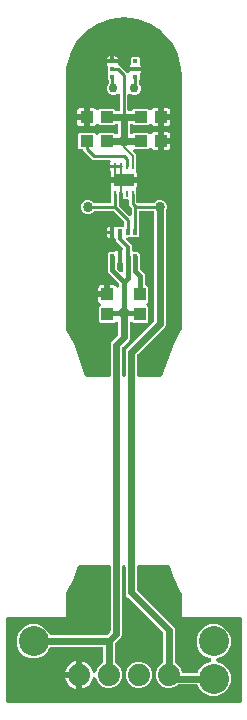
<source format=gbr>
G04 EAGLE Gerber RS-274X export*
G75*
%MOMM*%
%FSLAX34Y34*%
%LPD*%
%INTop Copper*%
%IPPOS*%
%AMOC8*
5,1,8,0,0,1.08239X$1,22.5*%
G01*
%ADD10R,1.000000X1.100000*%
%ADD11C,1.879600*%
%ADD12R,0.350000X0.500000*%
%ADD13R,1.100000X1.000000*%
%ADD14R,0.450000X0.300000*%
%ADD15R,1.700000X1.000000*%
%ADD16R,0.250000X0.600000*%
%ADD17C,0.855600*%
%ADD18C,2.540000*%
%ADD19C,0.203200*%
%ADD20C,0.609600*%
%ADD21C,0.755600*%
%ADD22C,0.254000*%
%ADD23C,0.955600*%
%ADD24C,0.406400*%
%ADD25C,0.304800*%

G36*
X-12674Y201680D02*
X-12674Y201680D01*
X-12648Y201678D01*
X-12501Y201700D01*
X-12354Y201717D01*
X-12329Y201725D01*
X-12303Y201729D01*
X-12165Y201784D01*
X-12026Y201834D01*
X-12004Y201848D01*
X-11979Y201858D01*
X-11858Y201943D01*
X-11733Y202023D01*
X-11715Y202042D01*
X-11693Y202057D01*
X-11594Y202167D01*
X-11491Y202274D01*
X-11477Y202296D01*
X-11460Y202316D01*
X-11388Y202446D01*
X-11312Y202573D01*
X-11304Y202598D01*
X-11291Y202621D01*
X-11251Y202764D01*
X-11206Y202905D01*
X-11204Y202931D01*
X-11196Y202956D01*
X-11177Y203200D01*
X-11177Y229560D01*
X-10442Y231334D01*
X-5273Y236503D01*
X-5194Y236602D01*
X-5110Y236696D01*
X-5086Y236738D01*
X-5056Y236776D01*
X-5002Y236890D01*
X-4941Y237001D01*
X-4928Y237048D01*
X-4907Y237091D01*
X-4881Y237215D01*
X-4846Y237336D01*
X-4841Y237397D01*
X-4834Y237432D01*
X-4835Y237480D01*
X-4827Y237580D01*
X-4827Y246840D01*
X-4838Y246940D01*
X-4840Y247041D01*
X-4858Y247113D01*
X-4867Y247187D01*
X-4900Y247281D01*
X-4925Y247378D01*
X-4959Y247445D01*
X-4984Y247515D01*
X-5039Y247599D01*
X-5085Y247688D01*
X-5133Y247745D01*
X-5173Y247807D01*
X-5245Y247877D01*
X-5310Y247954D01*
X-5370Y247998D01*
X-5424Y248050D01*
X-5510Y248101D01*
X-5591Y248161D01*
X-5659Y248190D01*
X-5723Y248228D01*
X-5819Y248259D01*
X-5911Y248299D01*
X-5984Y248312D01*
X-6055Y248335D01*
X-6155Y248343D01*
X-6254Y248361D01*
X-6328Y248357D01*
X-6402Y248363D01*
X-6502Y248348D01*
X-6602Y248343D01*
X-6673Y248322D01*
X-6747Y248311D01*
X-6840Y248274D01*
X-6937Y248246D01*
X-7002Y248210D01*
X-7071Y248182D01*
X-7153Y248125D01*
X-7241Y248076D01*
X-7317Y248011D01*
X-7357Y247983D01*
X-7381Y247957D01*
X-7427Y247917D01*
X-8233Y247111D01*
X-19707Y247111D01*
X-20749Y248153D01*
X-20749Y260627D01*
X-20025Y261351D01*
X-19993Y261391D01*
X-19955Y261425D01*
X-19885Y261527D01*
X-19808Y261624D01*
X-19786Y261670D01*
X-19757Y261712D01*
X-19712Y261827D01*
X-19659Y261939D01*
X-19648Y261989D01*
X-19630Y262036D01*
X-19612Y262159D01*
X-19586Y262280D01*
X-19587Y262331D01*
X-19579Y262381D01*
X-19589Y262505D01*
X-19592Y262628D01*
X-19604Y262678D01*
X-19608Y262729D01*
X-19646Y262846D01*
X-19677Y262966D01*
X-19700Y263012D01*
X-19716Y263060D01*
X-19780Y263166D01*
X-19836Y263276D01*
X-19869Y263315D01*
X-19896Y263359D01*
X-19982Y263447D01*
X-20062Y263541D01*
X-20103Y263572D01*
X-20139Y263608D01*
X-20340Y263747D01*
X-20530Y263857D01*
X-21003Y264330D01*
X-21338Y264909D01*
X-21511Y265555D01*
X-21511Y268891D01*
X-14946Y268891D01*
X-14920Y268894D01*
X-14894Y268892D01*
X-14747Y268914D01*
X-14600Y268931D01*
X-14575Y268939D01*
X-14549Y268943D01*
X-14412Y268998D01*
X-14272Y269048D01*
X-14250Y269062D01*
X-14225Y269072D01*
X-14104Y269157D01*
X-13979Y269237D01*
X-13961Y269256D01*
X-13939Y269271D01*
X-13840Y269381D01*
X-13737Y269488D01*
X-13723Y269510D01*
X-13706Y269530D01*
X-13634Y269660D01*
X-13558Y269787D01*
X-13550Y269812D01*
X-13537Y269835D01*
X-13497Y269978D01*
X-13452Y270119D01*
X-13450Y270145D01*
X-13443Y270170D01*
X-13423Y270414D01*
X-13423Y270843D01*
X-12994Y270843D01*
X-12968Y270846D01*
X-12942Y270844D01*
X-12795Y270866D01*
X-12648Y270883D01*
X-12623Y270892D01*
X-12597Y270896D01*
X-12459Y270950D01*
X-12320Y271000D01*
X-12298Y271015D01*
X-12273Y271024D01*
X-12152Y271109D01*
X-12027Y271189D01*
X-12009Y271208D01*
X-11987Y271223D01*
X-11888Y271333D01*
X-11785Y271440D01*
X-11771Y271463D01*
X-11754Y271482D01*
X-11682Y271612D01*
X-11606Y271739D01*
X-11598Y271764D01*
X-11585Y271787D01*
X-11545Y271930D01*
X-11500Y272071D01*
X-11497Y272097D01*
X-11490Y272122D01*
X-11471Y272366D01*
X-11471Y279431D01*
X-8635Y279431D01*
X-7989Y279258D01*
X-7410Y278923D01*
X-6937Y278450D01*
X-6653Y277959D01*
X-6579Y277858D01*
X-6511Y277753D01*
X-6475Y277719D01*
X-6446Y277679D01*
X-6350Y277598D01*
X-6260Y277511D01*
X-6218Y277485D01*
X-6180Y277453D01*
X-6068Y277396D01*
X-5961Y277332D01*
X-5914Y277317D01*
X-5870Y277294D01*
X-5748Y277264D01*
X-5629Y277226D01*
X-5580Y277222D01*
X-5531Y277210D01*
X-5406Y277208D01*
X-5282Y277198D01*
X-5233Y277205D01*
X-5183Y277204D01*
X-5061Y277231D01*
X-4937Y277250D01*
X-4891Y277268D01*
X-4842Y277278D01*
X-4729Y277332D01*
X-4613Y277378D01*
X-4573Y277407D01*
X-4528Y277428D01*
X-4430Y277506D01*
X-4327Y277577D01*
X-4294Y277614D01*
X-4255Y277645D01*
X-4177Y277743D01*
X-4094Y277836D01*
X-4070Y277879D01*
X-4039Y277918D01*
X-3986Y278031D01*
X-3925Y278141D01*
X-3912Y278189D01*
X-3890Y278234D01*
X-3864Y278356D01*
X-3830Y278476D01*
X-3825Y278539D01*
X-3818Y278575D01*
X-3819Y278622D01*
X-3811Y278720D01*
X-3811Y279731D01*
X-3825Y279856D01*
X-3832Y279982D01*
X-3845Y280029D01*
X-3851Y280077D01*
X-3893Y280196D01*
X-3928Y280317D01*
X-3952Y280359D01*
X-3968Y280405D01*
X-4037Y280511D01*
X-4098Y280621D01*
X-4138Y280668D01*
X-4157Y280698D01*
X-4192Y280731D01*
X-4257Y280808D01*
X-13561Y290112D01*
X-13561Y305049D01*
X-13538Y305090D01*
X-13508Y305127D01*
X-13454Y305242D01*
X-13393Y305352D01*
X-13380Y305399D01*
X-13359Y305442D01*
X-13333Y305566D01*
X-13298Y305688D01*
X-13293Y305748D01*
X-13286Y305783D01*
X-13287Y305831D01*
X-13279Y305931D01*
X-13279Y306677D01*
X-12237Y307719D01*
X-7409Y307719D01*
X-7308Y307730D01*
X-7206Y307732D01*
X-7135Y307750D01*
X-7063Y307759D01*
X-6967Y307793D01*
X-6868Y307818D01*
X-6779Y307860D01*
X-6734Y307876D01*
X-6704Y307896D01*
X-6647Y307923D01*
X-5981Y308308D01*
X-5335Y308481D01*
X-4773Y308481D01*
X-4773Y303440D01*
X-4773Y298355D01*
X-4787Y298351D01*
X-4813Y298347D01*
X-4951Y298292D01*
X-5090Y298242D01*
X-5112Y298228D01*
X-5137Y298218D01*
X-5258Y298133D01*
X-5383Y298053D01*
X-5401Y298034D01*
X-5423Y298019D01*
X-5522Y297909D01*
X-5625Y297802D01*
X-5639Y297780D01*
X-5656Y297760D01*
X-5728Y297630D01*
X-5804Y297503D01*
X-5812Y297478D01*
X-5825Y297455D01*
X-5865Y297312D01*
X-5910Y297171D01*
X-5912Y297145D01*
X-5920Y297120D01*
X-5939Y296876D01*
X-5939Y293899D01*
X-5925Y293774D01*
X-5918Y293648D01*
X-5905Y293601D01*
X-5899Y293553D01*
X-5857Y293434D01*
X-5822Y293313D01*
X-5798Y293271D01*
X-5782Y293225D01*
X-5713Y293119D01*
X-5652Y293009D01*
X-5612Y292962D01*
X-5593Y292932D01*
X-5558Y292899D01*
X-5493Y292822D01*
X-3161Y290490D01*
X-3083Y290428D01*
X-3010Y290358D01*
X-2946Y290320D01*
X-2888Y290274D01*
X-2797Y290231D01*
X-2711Y290179D01*
X-2640Y290157D01*
X-2573Y290125D01*
X-2475Y290104D01*
X-2379Y290073D01*
X-2305Y290067D01*
X-2232Y290051D01*
X-2132Y290053D01*
X-2032Y290045D01*
X-1958Y290056D01*
X-1884Y290057D01*
X-1787Y290082D01*
X-1687Y290097D01*
X-1618Y290124D01*
X-1546Y290142D01*
X-1457Y290188D01*
X-1363Y290225D01*
X-1302Y290268D01*
X-1236Y290302D01*
X-1160Y290367D01*
X-1077Y290424D01*
X-1027Y290480D01*
X-971Y290528D01*
X-911Y290609D01*
X-844Y290683D01*
X-808Y290748D01*
X-763Y290808D01*
X-724Y290900D01*
X-675Y290988D01*
X-655Y291060D01*
X-625Y291128D01*
X-608Y291227D01*
X-580Y291324D01*
X-572Y291424D01*
X-564Y291471D01*
X-566Y291507D01*
X-561Y291567D01*
X-561Y296876D01*
X-564Y296902D01*
X-562Y296928D01*
X-584Y297075D01*
X-601Y297222D01*
X-609Y297247D01*
X-613Y297273D01*
X-668Y297411D01*
X-718Y297550D01*
X-732Y297572D01*
X-742Y297597D01*
X-827Y297718D01*
X-907Y297843D01*
X-926Y297861D01*
X-941Y297883D01*
X-1051Y297982D01*
X-1158Y298085D01*
X-1180Y298099D01*
X-1200Y298116D01*
X-1330Y298188D01*
X-1457Y298264D01*
X-1482Y298272D01*
X-1505Y298285D01*
X-1648Y298325D01*
X-1727Y298350D01*
X-1727Y303440D01*
X-1727Y308493D01*
X-1669Y308494D01*
X-1597Y308512D01*
X-1523Y308521D01*
X-1428Y308554D01*
X-1331Y308579D01*
X-1265Y308613D01*
X-1195Y308638D01*
X-1110Y308693D01*
X-1021Y308739D01*
X-964Y308787D01*
X-902Y308827D01*
X-832Y308899D01*
X-756Y308964D01*
X-711Y309024D01*
X-660Y309078D01*
X-608Y309164D01*
X-548Y309245D01*
X-519Y309313D01*
X-481Y309377D01*
X-450Y309473D01*
X-410Y309565D01*
X-397Y309638D01*
X-375Y309709D01*
X-366Y309809D01*
X-349Y309908D01*
X-353Y309982D01*
X-347Y310056D01*
X-361Y310156D01*
X-367Y310256D01*
X-387Y310327D01*
X-398Y310401D01*
X-435Y310494D01*
X-463Y310591D01*
X-500Y310656D01*
X-527Y310725D01*
X-584Y310807D01*
X-633Y310895D01*
X-698Y310971D01*
X-726Y311011D01*
X-752Y311035D01*
X-792Y311081D01*
X-6553Y316842D01*
X-6553Y317376D01*
X-6556Y317402D01*
X-6554Y317428D01*
X-6576Y317575D01*
X-6593Y317722D01*
X-6601Y317747D01*
X-6605Y317773D01*
X-6660Y317911D01*
X-6710Y318050D01*
X-6724Y318072D01*
X-6734Y318097D01*
X-6819Y318218D01*
X-6899Y318343D01*
X-6918Y318361D01*
X-6933Y318383D01*
X-7043Y318482D01*
X-7150Y318585D01*
X-7172Y318599D01*
X-7192Y318616D01*
X-7322Y318688D01*
X-7449Y318764D01*
X-7474Y318772D01*
X-7497Y318785D01*
X-7640Y318825D01*
X-7781Y318870D01*
X-7807Y318872D01*
X-7832Y318880D01*
X-8076Y318899D01*
X-8227Y318899D01*
X-8227Y323940D01*
X-8227Y328981D01*
X-7665Y328981D01*
X-7019Y328808D01*
X-6353Y328423D01*
X-6260Y328382D01*
X-6170Y328333D01*
X-6100Y328313D01*
X-6033Y328284D01*
X-5933Y328266D01*
X-5835Y328238D01*
X-5737Y328230D01*
X-5690Y328222D01*
X-5654Y328224D01*
X-5591Y328219D01*
X-1322Y328219D01*
X-1296Y328222D01*
X-1270Y328220D01*
X-1123Y328242D01*
X-976Y328259D01*
X-951Y328267D01*
X-925Y328271D01*
X-787Y328326D01*
X-648Y328376D01*
X-626Y328390D01*
X-601Y328400D01*
X-480Y328485D01*
X-355Y328565D01*
X-337Y328584D01*
X-315Y328599D01*
X-216Y328709D01*
X-113Y328816D01*
X-99Y328838D01*
X-82Y328858D01*
X-10Y328988D01*
X66Y329115D01*
X74Y329140D01*
X87Y329163D01*
X127Y329306D01*
X172Y329447D01*
X175Y329473D01*
X182Y329498D01*
X201Y329742D01*
X201Y332676D01*
X198Y332703D01*
X200Y332728D01*
X186Y332827D01*
X180Y332928D01*
X167Y332974D01*
X161Y333022D01*
X153Y333047D01*
X149Y333073D01*
X112Y333166D01*
X84Y333263D01*
X60Y333305D01*
X44Y333351D01*
X30Y333373D01*
X20Y333397D01*
X-37Y333479D01*
X-86Y333567D01*
X-126Y333613D01*
X-145Y333643D01*
X-164Y333662D01*
X-179Y333683D01*
X-205Y333707D01*
X-245Y333753D01*
X-8437Y341945D01*
X-8536Y342024D01*
X-8630Y342108D01*
X-8672Y342132D01*
X-8710Y342162D01*
X-8824Y342216D01*
X-8935Y342277D01*
X-8981Y342290D01*
X-9025Y342311D01*
X-9148Y342337D01*
X-9270Y342372D01*
X-9331Y342377D01*
X-9366Y342384D01*
X-9414Y342383D01*
X-9514Y342391D01*
X-24332Y342391D01*
X-24458Y342377D01*
X-24584Y342370D01*
X-24630Y342357D01*
X-24678Y342351D01*
X-24797Y342309D01*
X-24919Y342274D01*
X-24961Y342250D01*
X-25007Y342234D01*
X-25113Y342165D01*
X-25223Y342104D01*
X-25269Y342064D01*
X-25299Y342045D01*
X-25333Y342010D01*
X-25409Y341945D01*
X-27049Y340305D01*
X-29275Y339383D01*
X-31685Y339383D01*
X-33911Y340305D01*
X-35615Y342009D01*
X-36537Y344235D01*
X-36537Y346645D01*
X-35615Y348871D01*
X-33911Y350575D01*
X-31685Y351497D01*
X-29275Y351497D01*
X-27049Y350575D01*
X-25409Y348935D01*
X-25310Y348856D01*
X-25216Y348772D01*
X-25174Y348748D01*
X-25136Y348718D01*
X-25022Y348664D01*
X-24911Y348603D01*
X-24865Y348590D01*
X-24821Y348569D01*
X-24698Y348543D01*
X-24576Y348508D01*
X-24515Y348503D01*
X-24481Y348496D01*
X-24433Y348497D01*
X-24332Y348489D01*
X-12072Y348489D01*
X-12046Y348492D01*
X-12020Y348490D01*
X-11873Y348512D01*
X-11726Y348529D01*
X-11701Y348537D01*
X-11675Y348541D01*
X-11537Y348596D01*
X-11398Y348646D01*
X-11376Y348660D01*
X-11351Y348670D01*
X-11230Y348755D01*
X-11105Y348835D01*
X-11087Y348854D01*
X-11065Y348869D01*
X-10966Y348979D01*
X-10863Y349086D01*
X-10849Y349108D01*
X-10832Y349128D01*
X-10760Y349258D01*
X-10684Y349385D01*
X-10676Y349410D01*
X-10663Y349433D01*
X-10623Y349576D01*
X-10578Y349717D01*
X-10576Y349743D01*
X-10568Y349768D01*
X-10549Y350012D01*
X-10549Y358469D01*
X-10548Y358470D01*
X-10543Y358531D01*
X-10536Y358566D01*
X-10537Y358614D01*
X-10529Y358714D01*
X-10529Y360844D01*
X-10515Y360910D01*
X-10479Y361076D01*
X-10479Y361078D01*
X-10478Y361079D01*
X-10482Y361257D01*
X-10485Y361425D01*
X-10485Y361426D01*
X-10485Y361428D01*
X-10528Y361598D01*
X-10570Y361763D01*
X-10570Y361764D01*
X-10571Y361766D01*
X-10676Y361987D01*
X-10868Y362319D01*
X-11041Y362965D01*
X-11041Y365801D01*
X-976Y365801D01*
X-950Y365804D01*
X-924Y365802D01*
X-777Y365824D01*
X-630Y365841D01*
X-605Y365849D01*
X-579Y365853D01*
X-442Y365908D01*
X-302Y365958D01*
X-280Y365972D01*
X-255Y365982D01*
X-134Y366067D01*
X-9Y366147D01*
X3Y366160D01*
X50Y366115D01*
X73Y366101D01*
X92Y366084D01*
X222Y366012D01*
X349Y365936D01*
X374Y365928D01*
X397Y365915D01*
X540Y365875D01*
X681Y365830D01*
X707Y365827D01*
X732Y365820D01*
X976Y365801D01*
X11041Y365801D01*
X11041Y362965D01*
X10868Y362319D01*
X10676Y361987D01*
X10675Y361985D01*
X10674Y361984D01*
X10605Y361824D01*
X10537Y361667D01*
X10537Y361665D01*
X10536Y361664D01*
X10506Y361495D01*
X10475Y361324D01*
X10475Y361322D01*
X10474Y361321D01*
X10483Y361154D01*
X10492Y360976D01*
X10492Y360974D01*
X10492Y360973D01*
X10529Y360847D01*
X10529Y358714D01*
X10543Y358588D01*
X10549Y358483D01*
X10549Y350012D01*
X10552Y349986D01*
X10550Y349960D01*
X10572Y349813D01*
X10589Y349666D01*
X10597Y349641D01*
X10601Y349615D01*
X10656Y349477D01*
X10706Y349338D01*
X10720Y349316D01*
X10730Y349291D01*
X10815Y349170D01*
X10895Y349045D01*
X10914Y349027D01*
X10929Y349005D01*
X11039Y348906D01*
X11146Y348803D01*
X11168Y348789D01*
X11188Y348772D01*
X11318Y348700D01*
X11445Y348624D01*
X11470Y348616D01*
X11493Y348603D01*
X11636Y348563D01*
X11777Y348518D01*
X11803Y348516D01*
X11828Y348508D01*
X12072Y348489D01*
X24332Y348489D01*
X24458Y348503D01*
X24584Y348510D01*
X24630Y348523D01*
X24678Y348529D01*
X24797Y348571D01*
X24919Y348606D01*
X24961Y348630D01*
X25007Y348646D01*
X25113Y348715D01*
X25223Y348776D01*
X25269Y348816D01*
X25299Y348835D01*
X25333Y348870D01*
X25409Y348935D01*
X27049Y350575D01*
X29275Y351497D01*
X31685Y351497D01*
X33911Y350575D01*
X35615Y348871D01*
X36537Y346645D01*
X36537Y344235D01*
X35594Y341959D01*
X35590Y341954D01*
X35566Y341912D01*
X35536Y341875D01*
X35482Y341760D01*
X35421Y341649D01*
X35408Y341603D01*
X35387Y341560D01*
X35361Y341436D01*
X35326Y341314D01*
X35321Y341254D01*
X35314Y341219D01*
X35315Y341171D01*
X35307Y341070D01*
X35307Y245420D01*
X34572Y243646D01*
X11623Y220697D01*
X11544Y220598D01*
X11460Y220504D01*
X11436Y220462D01*
X11406Y220424D01*
X11352Y220310D01*
X11291Y220199D01*
X11278Y220152D01*
X11257Y220109D01*
X11231Y219985D01*
X11196Y219864D01*
X11191Y219803D01*
X11184Y219768D01*
X11185Y219720D01*
X11177Y219620D01*
X11177Y203200D01*
X11180Y203174D01*
X11178Y203148D01*
X11200Y203001D01*
X11217Y202854D01*
X11225Y202829D01*
X11229Y202803D01*
X11284Y202665D01*
X11334Y202526D01*
X11348Y202504D01*
X11358Y202479D01*
X11443Y202358D01*
X11523Y202233D01*
X11542Y202215D01*
X11557Y202193D01*
X11667Y202094D01*
X11774Y201991D01*
X11796Y201977D01*
X11816Y201960D01*
X11946Y201888D01*
X12073Y201812D01*
X12098Y201804D01*
X12121Y201791D01*
X12264Y201751D01*
X12405Y201706D01*
X12431Y201704D01*
X12456Y201696D01*
X12700Y201677D01*
X31083Y201677D01*
X31184Y201688D01*
X31285Y201690D01*
X31356Y201708D01*
X31429Y201717D01*
X31525Y201751D01*
X31623Y201776D01*
X31688Y201809D01*
X31757Y201834D01*
X31843Y201889D01*
X31933Y201936D01*
X31989Y201983D01*
X32050Y202023D01*
X32121Y202096D01*
X32198Y202162D01*
X32241Y202221D01*
X32292Y202274D01*
X32344Y202361D01*
X32405Y202442D01*
X32447Y202532D01*
X32471Y202573D01*
X32482Y202607D01*
X32509Y202663D01*
X42498Y229204D01*
X48849Y241405D01*
X48874Y241469D01*
X48907Y241529D01*
X48936Y241631D01*
X48974Y241730D01*
X48983Y241798D01*
X49002Y241864D01*
X49015Y242035D01*
X49021Y242075D01*
X49020Y242089D01*
X49021Y242108D01*
X49021Y457200D01*
X49017Y457234D01*
X49018Y457292D01*
X48672Y463017D01*
X48669Y463033D01*
X48670Y463048D01*
X48631Y463290D01*
X45890Y474408D01*
X45869Y474465D01*
X45856Y474526D01*
X45779Y474706D01*
X45769Y474734D01*
X45765Y474740D01*
X45760Y474751D01*
X40439Y484890D01*
X40404Y484941D01*
X40377Y484997D01*
X40260Y485153D01*
X40243Y485178D01*
X40237Y485183D01*
X40230Y485192D01*
X32637Y493763D01*
X32591Y493804D01*
X32552Y493852D01*
X32400Y493976D01*
X32378Y493996D01*
X32371Y493999D01*
X32362Y494006D01*
X22939Y500511D01*
X22884Y500540D01*
X22835Y500577D01*
X22658Y500661D01*
X22631Y500675D01*
X22624Y500677D01*
X22614Y500682D01*
X11907Y504742D01*
X11847Y504757D01*
X11790Y504781D01*
X11598Y504820D01*
X11569Y504828D01*
X11562Y504828D01*
X11551Y504830D01*
X184Y506210D01*
X122Y506211D01*
X61Y506220D01*
X-135Y506212D01*
X-165Y506212D01*
X-172Y506211D01*
X-184Y506210D01*
X-11551Y504830D01*
X-11611Y504816D01*
X-11672Y504810D01*
X-11860Y504756D01*
X-11890Y504749D01*
X-11896Y504745D01*
X-11907Y504742D01*
X-22614Y500682D01*
X-22668Y500653D01*
X-22727Y500633D01*
X-22897Y500535D01*
X-22923Y500522D01*
X-22929Y500517D01*
X-22939Y500511D01*
X-32362Y494006D01*
X-32409Y493966D01*
X-32461Y493932D01*
X-32602Y493797D01*
X-32625Y493777D01*
X-32629Y493771D01*
X-32637Y493763D01*
X-40230Y485192D01*
X-40266Y485141D01*
X-40308Y485097D01*
X-40413Y484931D01*
X-40430Y484906D01*
X-40433Y484899D01*
X-40439Y484890D01*
X-45760Y474751D01*
X-45782Y474693D01*
X-45813Y474640D01*
X-45875Y474454D01*
X-45886Y474426D01*
X-45887Y474418D01*
X-45890Y474408D01*
X-48631Y463290D01*
X-48633Y463274D01*
X-48638Y463259D01*
X-48672Y463017D01*
X-49018Y457292D01*
X-49017Y457258D01*
X-49021Y457200D01*
X-49021Y242108D01*
X-49013Y242040D01*
X-49015Y241971D01*
X-48994Y241867D01*
X-48981Y241762D01*
X-48958Y241697D01*
X-48944Y241630D01*
X-48878Y241472D01*
X-48864Y241434D01*
X-48857Y241423D01*
X-48849Y241405D01*
X-42498Y229204D01*
X-32509Y202663D01*
X-32462Y202573D01*
X-32425Y202479D01*
X-32383Y202419D01*
X-32349Y202353D01*
X-32284Y202276D01*
X-32226Y202193D01*
X-32172Y202144D01*
X-32124Y202088D01*
X-32043Y202028D01*
X-31967Y201960D01*
X-31903Y201924D01*
X-31844Y201880D01*
X-31751Y201840D01*
X-31662Y201791D01*
X-31592Y201771D01*
X-31524Y201742D01*
X-31424Y201724D01*
X-31327Y201696D01*
X-31228Y201688D01*
X-31181Y201680D01*
X-31145Y201682D01*
X-31083Y201677D01*
X-12700Y201677D01*
X-12674Y201680D01*
G37*
G36*
X98324Y-74418D02*
X98324Y-74418D01*
X98350Y-74420D01*
X98497Y-74398D01*
X98644Y-74381D01*
X98669Y-74373D01*
X98695Y-74369D01*
X98833Y-74314D01*
X98972Y-74264D01*
X98994Y-74250D01*
X99019Y-74240D01*
X99140Y-74155D01*
X99265Y-74075D01*
X99283Y-74056D01*
X99305Y-74041D01*
X99404Y-73931D01*
X99507Y-73824D01*
X99521Y-73802D01*
X99538Y-73782D01*
X99610Y-73652D01*
X99686Y-73525D01*
X99694Y-73500D01*
X99707Y-73477D01*
X99747Y-73334D01*
X99792Y-73193D01*
X99794Y-73167D01*
X99802Y-73142D01*
X99821Y-72898D01*
X99821Y-3302D01*
X99818Y-3276D01*
X99820Y-3250D01*
X99798Y-3103D01*
X99781Y-2956D01*
X99773Y-2931D01*
X99769Y-2905D01*
X99714Y-2767D01*
X99664Y-2628D01*
X99650Y-2606D01*
X99640Y-2581D01*
X99555Y-2460D01*
X99475Y-2335D01*
X99456Y-2317D01*
X99441Y-2295D01*
X99331Y-2196D01*
X99224Y-2093D01*
X99202Y-2079D01*
X99182Y-2062D01*
X99052Y-1990D01*
X98925Y-1914D01*
X98900Y-1906D01*
X98877Y-1893D01*
X98734Y-1853D01*
X98593Y-1808D01*
X98567Y-1806D01*
X98542Y-1798D01*
X98298Y-1779D01*
X50063Y-1779D01*
X49021Y-737D01*
X49021Y18242D01*
X49013Y18310D01*
X49015Y18379D01*
X48994Y18483D01*
X48981Y18588D01*
X48958Y18653D01*
X48944Y18720D01*
X48878Y18878D01*
X48864Y18916D01*
X48857Y18927D01*
X48849Y18945D01*
X42498Y31146D01*
X38723Y41177D01*
X38676Y41267D01*
X38639Y41361D01*
X38597Y41421D01*
X38563Y41487D01*
X38498Y41564D01*
X38440Y41647D01*
X38385Y41696D01*
X38338Y41752D01*
X38257Y41813D01*
X38181Y41880D01*
X38117Y41916D01*
X38058Y41960D01*
X37965Y42000D01*
X37876Y42049D01*
X37806Y42069D01*
X37738Y42098D01*
X37638Y42116D01*
X37541Y42144D01*
X37442Y42152D01*
X37395Y42160D01*
X37359Y42158D01*
X37297Y42163D01*
X12700Y42163D01*
X12674Y42160D01*
X12648Y42162D01*
X12501Y42140D01*
X12354Y42123D01*
X12329Y42115D01*
X12303Y42111D01*
X12165Y42056D01*
X12026Y42006D01*
X12004Y41992D01*
X11979Y41982D01*
X11858Y41897D01*
X11733Y41817D01*
X11715Y41798D01*
X11693Y41783D01*
X11594Y41673D01*
X11491Y41566D01*
X11477Y41544D01*
X11460Y41524D01*
X11388Y41394D01*
X11312Y41267D01*
X11304Y41242D01*
X11291Y41219D01*
X11251Y41076D01*
X11206Y40935D01*
X11204Y40909D01*
X11196Y40884D01*
X11177Y40640D01*
X11177Y21680D01*
X11191Y21555D01*
X11198Y21428D01*
X11211Y21382D01*
X11217Y21334D01*
X11259Y21215D01*
X11294Y21094D01*
X11318Y21051D01*
X11334Y21006D01*
X11403Y20900D01*
X11464Y20789D01*
X11504Y20743D01*
X11523Y20713D01*
X11558Y20680D01*
X11623Y20603D01*
X42192Y-9966D01*
X42927Y-11740D01*
X42927Y-39684D01*
X42935Y-39760D01*
X42934Y-39836D01*
X42955Y-39932D01*
X42967Y-40030D01*
X42992Y-40102D01*
X43009Y-40177D01*
X43051Y-40265D01*
X43084Y-40358D01*
X43126Y-40423D01*
X43158Y-40491D01*
X43220Y-40568D01*
X43273Y-40651D01*
X43328Y-40704D01*
X43376Y-40764D01*
X43453Y-40825D01*
X43524Y-40893D01*
X43589Y-40932D01*
X43649Y-40980D01*
X43782Y-41048D01*
X43823Y-41072D01*
X43841Y-41078D01*
X43867Y-41091D01*
X44431Y-41325D01*
X47575Y-44469D01*
X49124Y-48208D01*
X49161Y-48275D01*
X49189Y-48346D01*
X49245Y-48427D01*
X49293Y-48513D01*
X49345Y-48569D01*
X49388Y-48632D01*
X49461Y-48698D01*
X49527Y-48771D01*
X49590Y-48814D01*
X49647Y-48865D01*
X49733Y-48913D01*
X49814Y-48969D01*
X49885Y-48997D01*
X49952Y-49034D01*
X50047Y-49061D01*
X50138Y-49097D01*
X50214Y-49108D01*
X50287Y-49129D01*
X50436Y-49141D01*
X50483Y-49148D01*
X50502Y-49146D01*
X50531Y-49148D01*
X61510Y-49148D01*
X61586Y-49140D01*
X61662Y-49141D01*
X61758Y-49120D01*
X61856Y-49108D01*
X61928Y-49083D01*
X62003Y-49066D01*
X62091Y-49024D01*
X62184Y-48991D01*
X62248Y-48949D01*
X62317Y-48917D01*
X62394Y-48855D01*
X62477Y-48802D01*
X62530Y-48747D01*
X62590Y-48699D01*
X62651Y-48622D01*
X62719Y-48551D01*
X62758Y-48486D01*
X62806Y-48426D01*
X62874Y-48292D01*
X62898Y-48252D01*
X62904Y-48234D01*
X62917Y-48208D01*
X63926Y-45773D01*
X67998Y-41701D01*
X73293Y-39507D01*
X73381Y-39458D01*
X73473Y-39418D01*
X73533Y-39374D01*
X73598Y-39338D01*
X73672Y-39271D01*
X73753Y-39211D01*
X73801Y-39154D01*
X73856Y-39104D01*
X73913Y-39021D01*
X73978Y-38945D01*
X74012Y-38878D01*
X74054Y-38817D01*
X74091Y-38724D01*
X74137Y-38634D01*
X74155Y-38562D01*
X74182Y-38493D01*
X74197Y-38393D01*
X74221Y-38296D01*
X74222Y-38222D01*
X74233Y-38148D01*
X74225Y-38048D01*
X74226Y-37948D01*
X74210Y-37875D01*
X74204Y-37801D01*
X74173Y-37705D01*
X74152Y-37607D01*
X74120Y-37540D01*
X74097Y-37469D01*
X74045Y-37383D01*
X74002Y-37292D01*
X73956Y-37234D01*
X73917Y-37171D01*
X73847Y-37099D01*
X73785Y-37020D01*
X73726Y-36974D01*
X73674Y-36921D01*
X73590Y-36866D01*
X73511Y-36804D01*
X73422Y-36758D01*
X73381Y-36732D01*
X73347Y-36720D01*
X73293Y-36693D01*
X67998Y-34499D01*
X63926Y-30427D01*
X61721Y-25105D01*
X61721Y-19345D01*
X63926Y-14023D01*
X67998Y-9951D01*
X73320Y-7746D01*
X79080Y-7746D01*
X84402Y-9951D01*
X88474Y-14023D01*
X90679Y-19345D01*
X90679Y-25105D01*
X88474Y-30427D01*
X84402Y-34499D01*
X79107Y-36693D01*
X79019Y-36741D01*
X78927Y-36781D01*
X78867Y-36826D01*
X78802Y-36862D01*
X78728Y-36929D01*
X78647Y-36989D01*
X78599Y-37046D01*
X78544Y-37096D01*
X78487Y-37179D01*
X78422Y-37255D01*
X78388Y-37322D01*
X78346Y-37383D01*
X78309Y-37476D01*
X78263Y-37566D01*
X78245Y-37638D01*
X78218Y-37707D01*
X78203Y-37806D01*
X78179Y-37904D01*
X78178Y-37978D01*
X78167Y-38052D01*
X78175Y-38152D01*
X78174Y-38252D01*
X78190Y-38325D01*
X78196Y-38399D01*
X78227Y-38495D01*
X78248Y-38593D01*
X78280Y-38660D01*
X78303Y-38731D01*
X78355Y-38817D01*
X78398Y-38908D01*
X78444Y-38966D01*
X78483Y-39029D01*
X78553Y-39102D01*
X78615Y-39180D01*
X78674Y-39226D01*
X78726Y-39279D01*
X78810Y-39334D01*
X78889Y-39396D01*
X78978Y-39442D01*
X79019Y-39468D01*
X79052Y-39480D01*
X79107Y-39507D01*
X84402Y-41701D01*
X88474Y-45773D01*
X90679Y-51095D01*
X90679Y-56855D01*
X88474Y-62177D01*
X84402Y-66249D01*
X79080Y-68454D01*
X73320Y-68454D01*
X67998Y-66249D01*
X63926Y-62177D01*
X62917Y-59742D01*
X62880Y-59675D01*
X62852Y-59604D01*
X62796Y-59524D01*
X62748Y-59437D01*
X62696Y-59381D01*
X62653Y-59318D01*
X62580Y-59252D01*
X62514Y-59179D01*
X62451Y-59136D01*
X62394Y-59085D01*
X62308Y-59037D01*
X62227Y-58981D01*
X62156Y-58953D01*
X62089Y-58916D01*
X61994Y-58889D01*
X61903Y-58853D01*
X61827Y-58842D01*
X61754Y-58821D01*
X61605Y-58809D01*
X61558Y-58802D01*
X61539Y-58804D01*
X61510Y-58802D01*
X46535Y-58802D01*
X46410Y-58816D01*
X46284Y-58823D01*
X46237Y-58836D01*
X46189Y-58842D01*
X46070Y-58884D01*
X45949Y-58919D01*
X45907Y-58943D01*
X45861Y-58959D01*
X45755Y-59028D01*
X45645Y-59089D01*
X45598Y-59129D01*
X45568Y-59148D01*
X45535Y-59183D01*
X45458Y-59248D01*
X44431Y-60275D01*
X40323Y-61977D01*
X35877Y-61977D01*
X31769Y-60275D01*
X28625Y-57131D01*
X26923Y-53023D01*
X26923Y-48577D01*
X28625Y-44469D01*
X31769Y-41325D01*
X32333Y-41091D01*
X32400Y-41054D01*
X32471Y-41026D01*
X32552Y-40970D01*
X32638Y-40922D01*
X32694Y-40870D01*
X32757Y-40827D01*
X32823Y-40754D01*
X32896Y-40688D01*
X32939Y-40625D01*
X32990Y-40568D01*
X33038Y-40482D01*
X33094Y-40401D01*
X33122Y-40330D01*
X33159Y-40263D01*
X33186Y-40168D01*
X33222Y-40077D01*
X33233Y-40001D01*
X33254Y-39928D01*
X33266Y-39779D01*
X33273Y-39732D01*
X33271Y-39713D01*
X33273Y-39684D01*
X33273Y-15330D01*
X33259Y-15205D01*
X33252Y-15078D01*
X33239Y-15032D01*
X33233Y-14984D01*
X33191Y-14865D01*
X33156Y-14744D01*
X33132Y-14701D01*
X33116Y-14656D01*
X33047Y-14550D01*
X32986Y-14439D01*
X32946Y-14393D01*
X32927Y-14363D01*
X32892Y-14330D01*
X32827Y-14253D01*
X3830Y14744D01*
X2258Y16316D01*
X1523Y18090D01*
X1523Y40640D01*
X1483Y40986D01*
X1366Y41314D01*
X1177Y41607D01*
X926Y41849D01*
X627Y42028D01*
X295Y42134D01*
X-52Y42162D01*
X-397Y42111D01*
X-721Y41982D01*
X-1007Y41783D01*
X-1240Y41524D01*
X-1409Y41219D01*
X-1504Y40884D01*
X-1523Y40640D01*
X-1523Y-16835D01*
X-2258Y-18609D01*
X-7427Y-23778D01*
X-7506Y-23877D01*
X-7590Y-23971D01*
X-7614Y-24013D01*
X-7644Y-24051D01*
X-7698Y-24165D01*
X-7759Y-24276D01*
X-7772Y-24323D01*
X-7793Y-24366D01*
X-7819Y-24490D01*
X-7854Y-24611D01*
X-7859Y-24672D01*
X-7866Y-24707D01*
X-7865Y-24755D01*
X-7873Y-24855D01*
X-7873Y-39684D01*
X-7865Y-39760D01*
X-7866Y-39836D01*
X-7845Y-39932D01*
X-7833Y-40030D01*
X-7808Y-40102D01*
X-7791Y-40177D01*
X-7749Y-40265D01*
X-7716Y-40358D01*
X-7674Y-40423D01*
X-7642Y-40491D01*
X-7580Y-40568D01*
X-7527Y-40651D01*
X-7472Y-40704D01*
X-7424Y-40764D01*
X-7347Y-40825D01*
X-7276Y-40893D01*
X-7211Y-40932D01*
X-7151Y-40980D01*
X-7018Y-41048D01*
X-6977Y-41072D01*
X-6959Y-41078D01*
X-6933Y-41091D01*
X-6369Y-41325D01*
X-3225Y-44469D01*
X-1523Y-48577D01*
X-1523Y-53023D01*
X-3225Y-57131D01*
X-6369Y-60275D01*
X-10477Y-61977D01*
X-14923Y-61977D01*
X-19031Y-60275D01*
X-22175Y-57131D01*
X-23637Y-53601D01*
X-23715Y-53461D01*
X-23790Y-53320D01*
X-23800Y-53309D01*
X-23807Y-53296D01*
X-23914Y-53178D01*
X-24019Y-53057D01*
X-24031Y-53049D01*
X-24041Y-53038D01*
X-24173Y-52947D01*
X-24302Y-52854D01*
X-24316Y-52848D01*
X-24328Y-52840D01*
X-24477Y-52781D01*
X-24624Y-52720D01*
X-24638Y-52717D01*
X-24652Y-52712D01*
X-24810Y-52689D01*
X-24968Y-52663D01*
X-24982Y-52663D01*
X-24997Y-52661D01*
X-25156Y-52675D01*
X-25315Y-52685D01*
X-25329Y-52689D01*
X-25344Y-52690D01*
X-25496Y-52739D01*
X-25649Y-52786D01*
X-25662Y-52793D01*
X-25676Y-52797D01*
X-25813Y-52880D01*
X-25951Y-52960D01*
X-25962Y-52970D01*
X-25974Y-52977D01*
X-26089Y-53089D01*
X-26206Y-53198D01*
X-26214Y-53210D01*
X-26224Y-53220D01*
X-26310Y-53354D01*
X-26399Y-53487D01*
X-26406Y-53503D01*
X-26412Y-53513D01*
X-26425Y-53549D01*
X-26493Y-53713D01*
X-27036Y-55383D01*
X-27889Y-57057D01*
X-28994Y-58578D01*
X-30322Y-59906D01*
X-31843Y-61011D01*
X-33517Y-61864D01*
X-35304Y-62445D01*
X-35561Y-62485D01*
X-35561Y-51816D01*
X-35564Y-51790D01*
X-35562Y-51764D01*
X-35584Y-51617D01*
X-35601Y-51470D01*
X-35609Y-51445D01*
X-35613Y-51419D01*
X-35668Y-51282D01*
X-35718Y-51142D01*
X-35732Y-51120D01*
X-35742Y-51095D01*
X-35827Y-50974D01*
X-35907Y-50849D01*
X-35926Y-50831D01*
X-35941Y-50809D01*
X-35957Y-50795D01*
X-35875Y-50710D01*
X-35861Y-50687D01*
X-35844Y-50668D01*
X-35772Y-50538D01*
X-35696Y-50411D01*
X-35688Y-50386D01*
X-35675Y-50363D01*
X-35635Y-50220D01*
X-35590Y-50079D01*
X-35587Y-50053D01*
X-35580Y-50028D01*
X-35561Y-49784D01*
X-35561Y-39115D01*
X-35304Y-39155D01*
X-33517Y-39736D01*
X-31843Y-40589D01*
X-30322Y-41694D01*
X-28994Y-43022D01*
X-27889Y-44543D01*
X-27036Y-46217D01*
X-26493Y-47887D01*
X-26427Y-48032D01*
X-26363Y-48179D01*
X-26355Y-48191D01*
X-26348Y-48204D01*
X-26251Y-48330D01*
X-26155Y-48459D01*
X-26144Y-48468D01*
X-26135Y-48480D01*
X-26011Y-48581D01*
X-25889Y-48684D01*
X-25876Y-48690D01*
X-25865Y-48700D01*
X-25721Y-48770D01*
X-25579Y-48843D01*
X-25565Y-48846D01*
X-25552Y-48852D01*
X-25395Y-48888D01*
X-25241Y-48927D01*
X-25226Y-48927D01*
X-25212Y-48930D01*
X-25052Y-48929D01*
X-24892Y-48932D01*
X-24878Y-48929D01*
X-24864Y-48929D01*
X-24708Y-48892D01*
X-24552Y-48857D01*
X-24539Y-48851D01*
X-24525Y-48848D01*
X-24381Y-48776D01*
X-24237Y-48708D01*
X-24226Y-48699D01*
X-24213Y-48692D01*
X-24089Y-48590D01*
X-23965Y-48490D01*
X-23956Y-48479D01*
X-23945Y-48470D01*
X-23848Y-48343D01*
X-23749Y-48217D01*
X-23741Y-48201D01*
X-23734Y-48192D01*
X-23718Y-48157D01*
X-23637Y-47999D01*
X-22175Y-44469D01*
X-19031Y-41325D01*
X-18467Y-41091D01*
X-18400Y-41054D01*
X-18329Y-41026D01*
X-18248Y-40970D01*
X-18162Y-40922D01*
X-18106Y-40870D01*
X-18043Y-40827D01*
X-17977Y-40754D01*
X-17904Y-40688D01*
X-17861Y-40625D01*
X-17810Y-40568D01*
X-17762Y-40482D01*
X-17706Y-40401D01*
X-17678Y-40330D01*
X-17641Y-40263D01*
X-17614Y-40168D01*
X-17578Y-40077D01*
X-17567Y-40001D01*
X-17546Y-39928D01*
X-17534Y-39779D01*
X-17527Y-39732D01*
X-17529Y-39713D01*
X-17527Y-39684D01*
X-17527Y-28575D01*
X-17530Y-28549D01*
X-17528Y-28523D01*
X-17550Y-28376D01*
X-17567Y-28229D01*
X-17575Y-28204D01*
X-17579Y-28178D01*
X-17634Y-28040D01*
X-17684Y-27901D01*
X-17698Y-27879D01*
X-17708Y-27854D01*
X-17793Y-27733D01*
X-17873Y-27608D01*
X-17892Y-27590D01*
X-17907Y-27568D01*
X-18017Y-27469D01*
X-18124Y-27366D01*
X-18146Y-27352D01*
X-18166Y-27335D01*
X-18296Y-27263D01*
X-18423Y-27187D01*
X-18448Y-27179D01*
X-18471Y-27166D01*
X-18614Y-27126D01*
X-18755Y-27081D01*
X-18781Y-27079D01*
X-18806Y-27071D01*
X-19050Y-27052D01*
X-61510Y-27052D01*
X-61586Y-27060D01*
X-61662Y-27059D01*
X-61758Y-27080D01*
X-61856Y-27092D01*
X-61928Y-27117D01*
X-62003Y-27134D01*
X-62091Y-27176D01*
X-62184Y-27209D01*
X-62248Y-27251D01*
X-62317Y-27283D01*
X-62394Y-27345D01*
X-62477Y-27398D01*
X-62530Y-27453D01*
X-62590Y-27501D01*
X-62651Y-27578D01*
X-62719Y-27649D01*
X-62758Y-27714D01*
X-62806Y-27774D01*
X-62874Y-27908D01*
X-62898Y-27948D01*
X-62904Y-27966D01*
X-62917Y-27992D01*
X-63926Y-30427D01*
X-67998Y-34499D01*
X-73320Y-36704D01*
X-79080Y-36704D01*
X-84402Y-34499D01*
X-88474Y-30427D01*
X-90679Y-25105D01*
X-90679Y-19345D01*
X-88474Y-14023D01*
X-84402Y-9951D01*
X-79080Y-7746D01*
X-73320Y-7746D01*
X-67998Y-9951D01*
X-63926Y-14023D01*
X-62917Y-16458D01*
X-62880Y-16525D01*
X-62852Y-16596D01*
X-62796Y-16676D01*
X-62748Y-16763D01*
X-62696Y-16819D01*
X-62653Y-16882D01*
X-62580Y-16948D01*
X-62514Y-17021D01*
X-62451Y-17064D01*
X-62394Y-17115D01*
X-62308Y-17163D01*
X-62227Y-17219D01*
X-62156Y-17247D01*
X-62089Y-17284D01*
X-61994Y-17311D01*
X-61903Y-17347D01*
X-61827Y-17358D01*
X-61754Y-17379D01*
X-61605Y-17391D01*
X-61558Y-17398D01*
X-61539Y-17396D01*
X-61510Y-17398D01*
X-15330Y-17398D01*
X-15205Y-17384D01*
X-15078Y-17377D01*
X-15032Y-17364D01*
X-14984Y-17358D01*
X-14865Y-17316D01*
X-14744Y-17281D01*
X-14701Y-17257D01*
X-14656Y-17241D01*
X-14550Y-17172D01*
X-14439Y-17111D01*
X-14393Y-17071D01*
X-14363Y-17052D01*
X-14330Y-17017D01*
X-14253Y-16952D01*
X-11623Y-14322D01*
X-11544Y-14223D01*
X-11460Y-14129D01*
X-11436Y-14087D01*
X-11406Y-14049D01*
X-11352Y-13935D01*
X-11291Y-13824D01*
X-11278Y-13777D01*
X-11257Y-13734D01*
X-11231Y-13610D01*
X-11196Y-13489D01*
X-11191Y-13428D01*
X-11184Y-13393D01*
X-11185Y-13345D01*
X-11177Y-13245D01*
X-11177Y40640D01*
X-11180Y40666D01*
X-11178Y40692D01*
X-11200Y40839D01*
X-11217Y40986D01*
X-11225Y41011D01*
X-11229Y41037D01*
X-11284Y41175D01*
X-11334Y41314D01*
X-11348Y41336D01*
X-11358Y41361D01*
X-11443Y41482D01*
X-11523Y41607D01*
X-11542Y41625D01*
X-11557Y41647D01*
X-11667Y41746D01*
X-11774Y41849D01*
X-11796Y41863D01*
X-11816Y41880D01*
X-11946Y41952D01*
X-12073Y42028D01*
X-12098Y42036D01*
X-12121Y42049D01*
X-12264Y42089D01*
X-12405Y42134D01*
X-12431Y42136D01*
X-12456Y42144D01*
X-12700Y42163D01*
X-37297Y42163D01*
X-37398Y42152D01*
X-37499Y42150D01*
X-37570Y42132D01*
X-37643Y42123D01*
X-37739Y42089D01*
X-37837Y42064D01*
X-37902Y42031D01*
X-37971Y42006D01*
X-38056Y41951D01*
X-38146Y41904D01*
X-38202Y41857D01*
X-38264Y41817D01*
X-38335Y41744D01*
X-38412Y41678D01*
X-38455Y41619D01*
X-38506Y41566D01*
X-38558Y41479D01*
X-38618Y41398D01*
X-38661Y41308D01*
X-38685Y41267D01*
X-38696Y41233D01*
X-38723Y41177D01*
X-42498Y31146D01*
X-48849Y18945D01*
X-48874Y18881D01*
X-48907Y18821D01*
X-48936Y18719D01*
X-48974Y18620D01*
X-48983Y18552D01*
X-49002Y18486D01*
X-49015Y18315D01*
X-49021Y18275D01*
X-49020Y18261D01*
X-49021Y18242D01*
X-49021Y-737D01*
X-50063Y-1779D01*
X-98298Y-1779D01*
X-98324Y-1782D01*
X-98350Y-1780D01*
X-98497Y-1802D01*
X-98644Y-1819D01*
X-98669Y-1827D01*
X-98695Y-1831D01*
X-98833Y-1886D01*
X-98972Y-1936D01*
X-98994Y-1950D01*
X-99019Y-1960D01*
X-99140Y-2045D01*
X-99265Y-2125D01*
X-99283Y-2144D01*
X-99305Y-2159D01*
X-99404Y-2269D01*
X-99507Y-2376D01*
X-99521Y-2398D01*
X-99538Y-2418D01*
X-99610Y-2548D01*
X-99686Y-2675D01*
X-99694Y-2700D01*
X-99707Y-2723D01*
X-99747Y-2866D01*
X-99792Y-3007D01*
X-99794Y-3033D01*
X-99802Y-3058D01*
X-99821Y-3302D01*
X-99821Y-72898D01*
X-99818Y-72924D01*
X-99820Y-72950D01*
X-99798Y-73097D01*
X-99781Y-73244D01*
X-99773Y-73269D01*
X-99769Y-73295D01*
X-99714Y-73433D01*
X-99664Y-73572D01*
X-99650Y-73594D01*
X-99640Y-73619D01*
X-99555Y-73740D01*
X-99475Y-73865D01*
X-99456Y-73883D01*
X-99441Y-73905D01*
X-99331Y-74004D01*
X-99224Y-74107D01*
X-99202Y-74121D01*
X-99182Y-74138D01*
X-99052Y-74210D01*
X-98925Y-74286D01*
X-98900Y-74294D01*
X-98877Y-74307D01*
X-98734Y-74347D01*
X-98593Y-74392D01*
X-98567Y-74394D01*
X-98542Y-74402D01*
X-98298Y-74421D01*
X98298Y-74421D01*
X98324Y-74418D01*
G37*
%LPC*%
G36*
X-50Y370485D02*
X-50Y370485D01*
X-73Y370499D01*
X-92Y370516D01*
X-222Y370588D01*
X-349Y370664D01*
X-374Y370672D01*
X-397Y370685D01*
X-540Y370725D01*
X-681Y370770D01*
X-707Y370772D01*
X-732Y370780D01*
X-976Y370799D01*
X-11041Y370799D01*
X-11041Y373635D01*
X-10829Y374426D01*
X-10810Y374551D01*
X-10784Y374675D01*
X-10785Y374723D01*
X-10777Y374771D01*
X-10788Y374897D01*
X-10790Y375024D01*
X-10802Y375070D01*
X-10806Y375118D01*
X-10845Y375239D01*
X-10876Y375361D01*
X-10902Y375416D01*
X-10913Y375450D01*
X-10938Y375492D01*
X-10981Y375582D01*
X-11118Y375819D01*
X-11291Y376465D01*
X-11291Y378277D01*
X-7500Y378277D01*
X-2500Y378277D01*
X-2474Y378280D01*
X-2448Y378277D01*
X-2301Y378299D01*
X-2154Y378316D01*
X-2129Y378325D01*
X-2103Y378329D01*
X-1966Y378384D01*
X-1826Y378434D01*
X-1804Y378448D01*
X-1780Y378458D01*
X-1658Y378542D01*
X-1533Y378623D01*
X-1515Y378642D01*
X-1493Y378657D01*
X-1394Y378767D01*
X-1291Y378874D01*
X-1278Y378896D01*
X-1260Y378916D01*
X-1188Y379046D01*
X-1112Y379173D01*
X-1104Y379198D01*
X-1091Y379221D01*
X-1051Y379364D01*
X-1006Y379505D01*
X-1004Y379531D01*
X-997Y379556D01*
X-977Y379800D01*
X-980Y379826D01*
X-978Y379852D01*
X-1000Y379999D01*
X-1017Y380146D01*
X-1026Y380171D01*
X-1030Y380197D01*
X-1084Y380335D01*
X-1134Y380474D01*
X-1149Y380497D01*
X-1158Y380521D01*
X-1243Y380642D01*
X-1323Y380767D01*
X-1342Y380786D01*
X-1357Y380807D01*
X-1467Y380906D01*
X-1574Y381009D01*
X-1597Y381023D01*
X-1616Y381040D01*
X-1746Y381112D01*
X-1873Y381188D01*
X-1898Y381196D01*
X-1921Y381209D01*
X-2064Y381249D01*
X-2205Y381295D01*
X-2231Y381297D01*
X-2257Y381304D01*
X-2500Y381323D01*
X-7500Y381323D01*
X-11291Y381323D01*
X-11291Y383135D01*
X-11152Y383654D01*
X-11144Y383704D01*
X-11129Y383753D01*
X-11119Y383876D01*
X-11101Y383999D01*
X-11105Y384049D01*
X-11101Y384100D01*
X-11119Y384223D01*
X-11129Y384346D01*
X-11145Y384394D01*
X-11152Y384445D01*
X-11198Y384560D01*
X-11236Y384678D01*
X-11262Y384721D01*
X-11281Y384769D01*
X-11351Y384870D01*
X-11415Y384976D01*
X-11451Y385013D01*
X-11480Y385055D01*
X-11572Y385138D01*
X-11658Y385227D01*
X-11701Y385254D01*
X-11739Y385288D01*
X-11847Y385348D01*
X-11951Y385415D01*
X-11999Y385432D01*
X-12044Y385457D01*
X-12163Y385491D01*
X-12279Y385532D01*
X-12330Y385538D01*
X-12379Y385552D01*
X-12623Y385571D01*
X-26663Y385571D01*
X-34448Y393356D01*
X-34449Y393364D01*
X-34457Y393389D01*
X-34461Y393415D01*
X-34516Y393553D01*
X-34566Y393692D01*
X-34580Y393714D01*
X-34590Y393739D01*
X-34675Y393860D01*
X-34755Y393985D01*
X-34774Y394003D01*
X-34789Y394025D01*
X-34899Y394124D01*
X-35006Y394227D01*
X-35028Y394241D01*
X-35048Y394258D01*
X-35178Y394330D01*
X-35305Y394406D01*
X-35330Y394414D01*
X-35353Y394427D01*
X-35496Y394467D01*
X-35637Y394512D01*
X-35663Y394514D01*
X-35688Y394522D01*
X-35932Y394541D01*
X-37597Y394541D01*
X-38639Y395583D01*
X-38639Y407057D01*
X-37597Y408099D01*
X-25123Y408099D01*
X-23937Y406913D01*
X-23917Y406896D01*
X-23900Y406876D01*
X-23780Y406788D01*
X-23664Y406696D01*
X-23640Y406685D01*
X-23619Y406669D01*
X-23483Y406610D01*
X-23349Y406547D01*
X-23323Y406542D01*
X-23299Y406531D01*
X-23153Y406505D01*
X-23008Y406474D01*
X-22982Y406474D01*
X-22956Y406469D01*
X-22808Y406477D01*
X-22660Y406480D01*
X-22634Y406486D01*
X-22608Y406487D01*
X-22466Y406529D01*
X-22322Y406565D01*
X-22299Y406577D01*
X-22273Y406584D01*
X-22144Y406656D01*
X-22012Y406724D01*
X-21992Y406741D01*
X-21969Y406754D01*
X-21783Y406913D01*
X-20597Y408099D01*
X-8123Y408099D01*
X-7427Y407403D01*
X-7348Y407340D01*
X-7276Y407270D01*
X-7212Y407232D01*
X-7154Y407186D01*
X-7063Y407143D01*
X-6977Y407092D01*
X-6906Y407069D01*
X-6839Y407037D01*
X-6741Y407016D01*
X-6645Y406985D01*
X-6571Y406979D01*
X-6498Y406964D01*
X-6398Y406965D01*
X-6298Y406957D01*
X-6224Y406968D01*
X-6150Y406970D01*
X-6053Y406994D01*
X-5953Y407009D01*
X-5884Y407037D01*
X-5812Y407055D01*
X-5723Y407101D01*
X-5629Y407138D01*
X-5568Y407180D01*
X-5502Y407214D01*
X-5426Y407279D01*
X-5343Y407337D01*
X-5293Y407392D01*
X-5237Y407440D01*
X-5177Y407521D01*
X-5110Y407595D01*
X-5074Y407661D01*
X-5029Y407720D01*
X-4990Y407812D01*
X-4941Y407900D01*
X-4921Y407972D01*
X-4891Y408040D01*
X-4874Y408139D01*
X-4846Y408236D01*
X-4838Y408336D01*
X-4830Y408383D01*
X-4832Y408419D01*
X-4827Y408480D01*
X-4827Y414480D01*
X-4838Y414580D01*
X-4840Y414681D01*
X-4858Y414753D01*
X-4867Y414827D01*
X-4901Y414921D01*
X-4925Y415018D01*
X-4959Y415084D01*
X-4984Y415155D01*
X-5039Y415239D01*
X-5085Y415328D01*
X-5133Y415385D01*
X-5173Y415447D01*
X-5245Y415517D01*
X-5310Y415594D01*
X-5370Y415638D01*
X-5424Y415690D01*
X-5510Y415741D01*
X-5591Y415801D01*
X-5659Y415830D01*
X-5723Y415868D01*
X-5819Y415899D01*
X-5911Y415939D01*
X-5984Y415952D01*
X-6055Y415975D01*
X-6155Y415983D01*
X-6254Y416001D01*
X-6328Y415997D01*
X-6402Y416003D01*
X-6502Y415988D01*
X-6602Y415983D01*
X-6673Y415962D01*
X-6747Y415951D01*
X-6840Y415914D01*
X-6937Y415886D01*
X-7002Y415850D01*
X-7071Y415822D01*
X-7153Y415765D01*
X-7241Y415716D01*
X-7317Y415651D01*
X-7357Y415623D01*
X-7381Y415597D01*
X-7427Y415557D01*
X-8123Y414861D01*
X-20597Y414861D01*
X-21321Y415585D01*
X-21361Y415617D01*
X-21395Y415655D01*
X-21497Y415725D01*
X-21594Y415802D01*
X-21640Y415824D01*
X-21682Y415853D01*
X-21797Y415898D01*
X-21909Y415951D01*
X-21959Y415962D01*
X-22006Y415980D01*
X-22129Y415998D01*
X-22250Y416024D01*
X-22301Y416023D01*
X-22351Y416031D01*
X-22475Y416021D01*
X-22598Y416018D01*
X-22648Y416006D01*
X-22699Y416002D01*
X-22816Y415964D01*
X-22936Y415933D01*
X-22982Y415910D01*
X-23030Y415894D01*
X-23136Y415830D01*
X-23246Y415774D01*
X-23285Y415741D01*
X-23329Y415714D01*
X-23417Y415628D01*
X-23511Y415548D01*
X-23542Y415507D01*
X-23578Y415471D01*
X-23717Y415270D01*
X-23827Y415080D01*
X-24300Y414607D01*
X-24879Y414272D01*
X-25525Y414099D01*
X-28861Y414099D01*
X-28861Y420664D01*
X-28864Y420690D01*
X-28862Y420716D01*
X-28884Y420863D01*
X-28901Y421010D01*
X-28909Y421035D01*
X-28913Y421061D01*
X-28968Y421198D01*
X-29018Y421338D01*
X-29032Y421360D01*
X-29042Y421385D01*
X-29127Y421506D01*
X-29207Y421631D01*
X-29220Y421643D01*
X-29175Y421690D01*
X-29161Y421713D01*
X-29144Y421732D01*
X-29072Y421862D01*
X-28996Y421989D01*
X-28988Y422014D01*
X-28975Y422037D01*
X-28935Y422180D01*
X-28890Y422321D01*
X-28887Y422347D01*
X-28880Y422372D01*
X-28861Y422616D01*
X-28861Y429181D01*
X-25525Y429181D01*
X-24879Y429008D01*
X-24300Y428673D01*
X-23827Y428200D01*
X-23717Y428010D01*
X-23687Y427969D01*
X-23663Y427924D01*
X-23583Y427830D01*
X-23510Y427730D01*
X-23471Y427697D01*
X-23438Y427658D01*
X-23338Y427585D01*
X-23244Y427505D01*
X-23198Y427481D01*
X-23157Y427451D01*
X-23044Y427402D01*
X-22934Y427346D01*
X-22884Y427333D01*
X-22837Y427313D01*
X-22716Y427291D01*
X-22596Y427261D01*
X-22545Y427260D01*
X-22494Y427251D01*
X-22371Y427258D01*
X-22247Y427256D01*
X-22197Y427267D01*
X-22146Y427269D01*
X-22028Y427304D01*
X-21907Y427330D01*
X-21860Y427352D01*
X-21811Y427366D01*
X-21704Y427426D01*
X-21592Y427479D01*
X-21552Y427511D01*
X-21507Y427536D01*
X-21321Y427695D01*
X-20597Y428419D01*
X-8123Y428419D01*
X-6749Y427044D01*
X-6735Y427023D01*
X-6716Y427005D01*
X-6701Y426983D01*
X-6591Y426884D01*
X-6484Y426781D01*
X-6462Y426767D01*
X-6442Y426750D01*
X-6312Y426678D01*
X-6185Y426602D01*
X-6160Y426594D01*
X-6137Y426581D01*
X-5994Y426541D01*
X-5853Y426496D01*
X-5827Y426494D01*
X-5802Y426486D01*
X-5558Y426467D01*
X-4572Y426467D01*
X-4546Y426470D01*
X-4520Y426468D01*
X-4373Y426490D01*
X-4226Y426507D01*
X-4201Y426515D01*
X-4175Y426519D01*
X-4037Y426574D01*
X-3898Y426624D01*
X-3876Y426638D01*
X-3851Y426648D01*
X-3730Y426733D01*
X-3605Y426813D01*
X-3587Y426832D01*
X-3565Y426847D01*
X-3466Y426957D01*
X-3363Y427064D01*
X-3349Y427086D01*
X-3332Y427106D01*
X-3260Y427236D01*
X-3184Y427363D01*
X-3176Y427388D01*
X-3163Y427411D01*
X-3123Y427554D01*
X-3078Y427695D01*
X-3076Y427721D01*
X-3068Y427746D01*
X-3049Y427990D01*
X-3049Y440075D01*
X-3060Y440175D01*
X-3062Y440276D01*
X-3080Y440348D01*
X-3089Y440422D01*
X-3122Y440516D01*
X-3147Y440614D01*
X-3181Y440680D01*
X-3206Y440750D01*
X-3261Y440834D01*
X-3307Y440923D01*
X-3355Y440980D01*
X-3395Y441043D01*
X-3467Y441112D01*
X-3532Y441189D01*
X-3592Y441233D01*
X-3646Y441285D01*
X-3732Y441336D01*
X-3813Y441396D01*
X-3881Y441425D01*
X-3945Y441464D01*
X-4040Y441494D01*
X-4133Y441534D01*
X-4206Y441547D01*
X-4277Y441570D01*
X-4377Y441578D01*
X-4476Y441596D01*
X-4550Y441592D01*
X-4624Y441598D01*
X-4723Y441583D01*
X-4824Y441578D01*
X-4895Y441557D01*
X-4969Y441546D01*
X-5062Y441509D01*
X-5159Y441481D01*
X-5224Y441445D01*
X-5293Y441417D01*
X-5375Y441360D01*
X-5463Y441311D01*
X-5539Y441246D01*
X-5579Y441218D01*
X-5603Y441192D01*
X-5649Y441152D01*
X-5742Y441059D01*
X-7785Y440213D01*
X-9995Y440213D01*
X-12038Y441059D01*
X-13601Y442622D01*
X-14447Y444665D01*
X-14447Y446875D01*
X-13601Y448918D01*
X-13245Y449273D01*
X-13166Y449373D01*
X-13082Y449466D01*
X-13058Y449509D01*
X-13028Y449546D01*
X-12974Y449661D01*
X-12913Y449771D01*
X-12900Y449818D01*
X-12879Y449862D01*
X-12853Y449985D01*
X-12818Y450107D01*
X-12813Y450167D01*
X-12806Y450202D01*
X-12807Y450250D01*
X-12799Y450351D01*
X-12799Y451932D01*
X-12813Y452058D01*
X-12820Y452184D01*
X-12833Y452230D01*
X-12839Y452278D01*
X-12881Y452397D01*
X-12916Y452519D01*
X-12940Y452561D01*
X-12956Y452607D01*
X-13025Y452713D01*
X-13086Y452823D01*
X-13126Y452869D01*
X-13145Y452899D01*
X-13180Y452933D01*
X-13245Y453009D01*
X-13779Y453543D01*
X-13779Y458028D01*
X-13718Y458110D01*
X-13626Y458226D01*
X-13615Y458250D01*
X-13599Y458271D01*
X-13540Y458407D01*
X-13477Y458541D01*
X-13472Y458567D01*
X-13461Y458591D01*
X-13435Y458737D01*
X-13404Y458882D01*
X-13404Y458908D01*
X-13399Y458934D01*
X-13407Y459082D01*
X-13410Y459230D01*
X-13416Y459256D01*
X-13417Y459282D01*
X-13458Y459424D01*
X-13495Y459568D01*
X-13507Y459591D01*
X-13514Y459617D01*
X-13586Y459746D01*
X-13654Y459878D01*
X-13671Y459898D01*
X-13684Y459921D01*
X-13779Y460032D01*
X-13779Y464871D01*
X-13790Y464972D01*
X-13792Y465074D01*
X-13810Y465145D01*
X-13819Y465217D01*
X-13853Y465313D01*
X-13878Y465412D01*
X-13920Y465501D01*
X-13936Y465546D01*
X-13956Y465576D01*
X-13983Y465633D01*
X-14368Y466299D01*
X-14541Y466945D01*
X-14541Y467257D01*
X-9750Y467257D01*
X-4959Y467257D01*
X-4959Y466852D01*
X-4956Y466826D01*
X-4958Y466800D01*
X-4936Y466653D01*
X-4919Y466506D01*
X-4911Y466481D01*
X-4907Y466455D01*
X-4852Y466317D01*
X-4802Y466178D01*
X-4788Y466156D01*
X-4778Y466131D01*
X-4693Y466010D01*
X-4613Y465885D01*
X-4594Y465867D01*
X-4579Y465845D01*
X-4469Y465746D01*
X-4362Y465643D01*
X-4340Y465629D01*
X-4320Y465612D01*
X-4190Y465540D01*
X-4063Y465464D01*
X-4038Y465456D01*
X-4015Y465443D01*
X-3899Y465410D01*
X817Y460695D01*
X2365Y459147D01*
X2463Y459069D01*
X2557Y458984D01*
X2599Y458961D01*
X2638Y458930D01*
X2751Y458877D01*
X2862Y458816D01*
X2908Y458802D01*
X2953Y458782D01*
X3076Y458755D01*
X3197Y458721D01*
X3246Y458718D01*
X3293Y458708D01*
X3419Y458710D01*
X3545Y458704D01*
X3593Y458713D01*
X3642Y458714D01*
X3764Y458745D01*
X3888Y458768D01*
X3932Y458787D01*
X3980Y458799D01*
X4092Y458857D01*
X4207Y458907D01*
X4246Y458936D01*
X4290Y458959D01*
X4385Y459040D01*
X4486Y459116D01*
X4518Y459153D01*
X4555Y459185D01*
X4630Y459286D01*
X4711Y459382D01*
X4733Y459426D01*
X4762Y459465D01*
X4812Y459580D01*
X4869Y459693D01*
X4881Y459740D01*
X4900Y459785D01*
X4922Y459909D01*
X4953Y460031D01*
X4953Y460080D01*
X4962Y460128D01*
X4957Y460219D01*
X4959Y460245D01*
X4959Y460757D01*
X9750Y460757D01*
X14541Y460757D01*
X14541Y460445D01*
X14368Y459799D01*
X13983Y459133D01*
X13942Y459040D01*
X13893Y458950D01*
X13873Y458880D01*
X13844Y458813D01*
X13826Y458713D01*
X13798Y458615D01*
X13790Y458517D01*
X13782Y458470D01*
X13784Y458434D01*
X13779Y458371D01*
X13779Y453543D01*
X13245Y453009D01*
X13166Y452910D01*
X13082Y452816D01*
X13058Y452774D01*
X13028Y452736D01*
X12974Y452622D01*
X12913Y452511D01*
X12900Y452465D01*
X12879Y452421D01*
X12853Y452298D01*
X12818Y452176D01*
X12813Y452115D01*
X12806Y452081D01*
X12807Y452033D01*
X12799Y451932D01*
X12799Y450351D01*
X12813Y450225D01*
X12820Y450099D01*
X12833Y450052D01*
X12839Y450004D01*
X12881Y449885D01*
X12916Y449764D01*
X12940Y449722D01*
X12956Y449676D01*
X13025Y449570D01*
X13086Y449460D01*
X13126Y449413D01*
X13145Y449383D01*
X13180Y449350D01*
X13245Y449273D01*
X13601Y448918D01*
X14447Y446875D01*
X14447Y444665D01*
X13601Y442622D01*
X12038Y441059D01*
X9995Y440213D01*
X7785Y440213D01*
X5742Y441059D01*
X5649Y441152D01*
X5571Y441215D01*
X5498Y441285D01*
X5434Y441323D01*
X5376Y441369D01*
X5285Y441412D01*
X5199Y441464D01*
X5128Y441486D01*
X5061Y441518D01*
X4963Y441539D01*
X4867Y441570D01*
X4793Y441576D01*
X4720Y441591D01*
X4620Y441590D01*
X4520Y441598D01*
X4446Y441587D01*
X4372Y441586D01*
X4274Y441561D01*
X4175Y441546D01*
X4106Y441519D01*
X4034Y441501D01*
X3945Y441454D01*
X3851Y441417D01*
X3790Y441375D01*
X3724Y441341D01*
X3647Y441276D01*
X3565Y441218D01*
X3515Y441163D01*
X3459Y441115D01*
X3399Y441034D01*
X3332Y440960D01*
X3296Y440895D01*
X3251Y440835D01*
X3212Y440742D01*
X3163Y440655D01*
X3143Y440583D01*
X3113Y440515D01*
X3096Y440416D01*
X3068Y440319D01*
X3060Y440219D01*
X3052Y440172D01*
X3054Y440136D01*
X3049Y440075D01*
X3049Y427990D01*
X3052Y427964D01*
X3050Y427938D01*
X3072Y427791D01*
X3089Y427644D01*
X3097Y427619D01*
X3101Y427593D01*
X3156Y427455D01*
X3206Y427316D01*
X3220Y427294D01*
X3230Y427269D01*
X3315Y427148D01*
X3395Y427023D01*
X3414Y427005D01*
X3429Y426983D01*
X3539Y426884D01*
X3646Y426781D01*
X3668Y426767D01*
X3688Y426750D01*
X3818Y426678D01*
X3945Y426602D01*
X3970Y426594D01*
X3993Y426581D01*
X4136Y426541D01*
X4277Y426496D01*
X4303Y426494D01*
X4328Y426486D01*
X4572Y426467D01*
X5558Y426467D01*
X5584Y426470D01*
X5610Y426468D01*
X5757Y426490D01*
X5904Y426507D01*
X5929Y426515D01*
X5955Y426519D01*
X6093Y426574D01*
X6232Y426624D01*
X6254Y426638D01*
X6279Y426648D01*
X6400Y426733D01*
X6525Y426813D01*
X6543Y426832D01*
X6565Y426847D01*
X6664Y426957D01*
X6741Y427037D01*
X8123Y428419D01*
X20597Y428419D01*
X21321Y427695D01*
X21361Y427663D01*
X21395Y427625D01*
X21497Y427555D01*
X21594Y427478D01*
X21640Y427456D01*
X21682Y427427D01*
X21797Y427382D01*
X21909Y427329D01*
X21959Y427318D01*
X22006Y427300D01*
X22129Y427282D01*
X22250Y427256D01*
X22301Y427257D01*
X22351Y427249D01*
X22475Y427260D01*
X22598Y427262D01*
X22648Y427274D01*
X22699Y427278D01*
X22816Y427316D01*
X22936Y427347D01*
X22982Y427370D01*
X23030Y427386D01*
X23136Y427450D01*
X23246Y427506D01*
X23285Y427539D01*
X23329Y427566D01*
X23417Y427652D01*
X23511Y427732D01*
X23542Y427773D01*
X23578Y427809D01*
X23717Y428010D01*
X23827Y428200D01*
X24300Y428673D01*
X24879Y429008D01*
X25525Y429181D01*
X28861Y429181D01*
X28861Y422616D01*
X28864Y422590D01*
X28862Y422564D01*
X28884Y422417D01*
X28901Y422270D01*
X28909Y422245D01*
X28913Y422219D01*
X28968Y422082D01*
X29018Y421942D01*
X29032Y421920D01*
X29042Y421895D01*
X29127Y421774D01*
X29207Y421649D01*
X29220Y421637D01*
X29175Y421590D01*
X29161Y421567D01*
X29144Y421548D01*
X29072Y421418D01*
X28996Y421291D01*
X28988Y421266D01*
X28975Y421243D01*
X28935Y421100D01*
X28890Y420959D01*
X28887Y420933D01*
X28880Y420908D01*
X28861Y420664D01*
X28861Y414099D01*
X25525Y414099D01*
X24879Y414272D01*
X24300Y414607D01*
X23827Y415080D01*
X23717Y415270D01*
X23687Y415311D01*
X23663Y415356D01*
X23583Y415451D01*
X23510Y415550D01*
X23471Y415583D01*
X23438Y415622D01*
X23338Y415695D01*
X23244Y415775D01*
X23198Y415799D01*
X23157Y415829D01*
X23044Y415878D01*
X22934Y415934D01*
X22884Y415947D01*
X22837Y415967D01*
X22716Y415989D01*
X22596Y416019D01*
X22545Y416020D01*
X22494Y416029D01*
X22371Y416022D01*
X22247Y416024D01*
X22197Y416013D01*
X22146Y416011D01*
X22027Y415976D01*
X21907Y415950D01*
X21860Y415928D01*
X21811Y415914D01*
X21703Y415854D01*
X21592Y415801D01*
X21552Y415769D01*
X21507Y415744D01*
X21321Y415585D01*
X20597Y414861D01*
X8123Y414861D01*
X7427Y415557D01*
X7348Y415620D01*
X7276Y415690D01*
X7212Y415728D01*
X7154Y415774D01*
X7063Y415817D01*
X6977Y415868D01*
X6906Y415891D01*
X6839Y415923D01*
X6741Y415944D01*
X6645Y415975D01*
X6571Y415981D01*
X6498Y415996D01*
X6398Y415995D01*
X6298Y416003D01*
X6224Y415992D01*
X6150Y415990D01*
X6053Y415966D01*
X5953Y415951D01*
X5884Y415923D01*
X5812Y415905D01*
X5723Y415859D01*
X5629Y415822D01*
X5568Y415780D01*
X5502Y415746D01*
X5426Y415681D01*
X5343Y415623D01*
X5293Y415568D01*
X5237Y415520D01*
X5177Y415439D01*
X5110Y415365D01*
X5074Y415299D01*
X5029Y415240D01*
X4990Y415148D01*
X4941Y415060D01*
X4921Y414988D01*
X4891Y414920D01*
X4874Y414821D01*
X4846Y414724D01*
X4838Y414624D01*
X4830Y414577D01*
X4832Y414541D01*
X4827Y414480D01*
X4827Y408480D01*
X4838Y408380D01*
X4840Y408279D01*
X4858Y408207D01*
X4867Y408133D01*
X4901Y408039D01*
X4925Y407942D01*
X4959Y407876D01*
X4984Y407805D01*
X5039Y407721D01*
X5085Y407632D01*
X5133Y407575D01*
X5173Y407513D01*
X5245Y407443D01*
X5310Y407366D01*
X5370Y407322D01*
X5424Y407270D01*
X5510Y407219D01*
X5591Y407159D01*
X5659Y407130D01*
X5723Y407092D01*
X5819Y407061D01*
X5911Y407021D01*
X5984Y407008D01*
X6055Y406985D01*
X6155Y406977D01*
X6254Y406959D01*
X6328Y406963D01*
X6402Y406957D01*
X6502Y406972D01*
X6602Y406977D01*
X6673Y406998D01*
X6747Y407009D01*
X6840Y407046D01*
X6937Y407074D01*
X7002Y407110D01*
X7071Y407138D01*
X7153Y407195D01*
X7241Y407244D01*
X7317Y407309D01*
X7357Y407337D01*
X7381Y407363D01*
X7427Y407403D01*
X8123Y408099D01*
X20597Y408099D01*
X21321Y407375D01*
X21361Y407343D01*
X21395Y407305D01*
X21497Y407235D01*
X21594Y407158D01*
X21640Y407136D01*
X21682Y407107D01*
X21797Y407062D01*
X21909Y407009D01*
X21959Y406998D01*
X22006Y406980D01*
X22129Y406962D01*
X22250Y406936D01*
X22301Y406937D01*
X22351Y406929D01*
X22475Y406939D01*
X22598Y406942D01*
X22648Y406954D01*
X22699Y406958D01*
X22816Y406996D01*
X22936Y407027D01*
X22982Y407050D01*
X23030Y407066D01*
X23136Y407130D01*
X23246Y407186D01*
X23285Y407219D01*
X23329Y407246D01*
X23417Y407332D01*
X23511Y407412D01*
X23542Y407453D01*
X23578Y407489D01*
X23717Y407690D01*
X23827Y407880D01*
X24300Y408353D01*
X24879Y408688D01*
X25525Y408861D01*
X28861Y408861D01*
X28861Y402296D01*
X28864Y402270D01*
X28862Y402244D01*
X28884Y402097D01*
X28901Y401950D01*
X28909Y401925D01*
X28913Y401899D01*
X28968Y401762D01*
X29018Y401622D01*
X29032Y401600D01*
X29042Y401575D01*
X29127Y401454D01*
X29207Y401329D01*
X29220Y401317D01*
X29175Y401270D01*
X29161Y401247D01*
X29144Y401228D01*
X29072Y401098D01*
X28996Y400971D01*
X28988Y400946D01*
X28975Y400923D01*
X28935Y400780D01*
X28890Y400639D01*
X28887Y400613D01*
X28880Y400588D01*
X28861Y400344D01*
X28861Y393779D01*
X25525Y393779D01*
X24879Y393952D01*
X24300Y394287D01*
X23827Y394760D01*
X23717Y394950D01*
X23687Y394991D01*
X23663Y395036D01*
X23583Y395130D01*
X23510Y395230D01*
X23471Y395263D01*
X23438Y395302D01*
X23338Y395375D01*
X23244Y395455D01*
X23198Y395479D01*
X23157Y395509D01*
X23044Y395558D01*
X22934Y395614D01*
X22884Y395627D01*
X22837Y395647D01*
X22716Y395669D01*
X22596Y395699D01*
X22545Y395700D01*
X22494Y395709D01*
X22371Y395702D01*
X22247Y395704D01*
X22197Y395693D01*
X22146Y395691D01*
X22028Y395656D01*
X21907Y395630D01*
X21860Y395608D01*
X21811Y395594D01*
X21704Y395534D01*
X21592Y395481D01*
X21552Y395449D01*
X21507Y395424D01*
X21321Y395265D01*
X20597Y394541D01*
X9329Y394541D01*
X9229Y394530D01*
X9128Y394528D01*
X9056Y394510D01*
X8982Y394501D01*
X8888Y394468D01*
X8790Y394443D01*
X8724Y394409D01*
X8654Y394384D01*
X8570Y394329D01*
X8481Y394283D01*
X8424Y394235D01*
X8361Y394195D01*
X8291Y394123D01*
X8215Y394058D01*
X8171Y393998D01*
X8119Y393944D01*
X8068Y393858D01*
X8008Y393777D01*
X7979Y393709D01*
X7940Y393645D01*
X7910Y393549D01*
X7870Y393457D01*
X7857Y393384D01*
X7834Y393313D01*
X7826Y393213D01*
X7808Y393114D01*
X7812Y393040D01*
X7806Y392966D01*
X7821Y392866D01*
X7826Y392766D01*
X7847Y392695D01*
X7858Y392621D01*
X7895Y392528D01*
X7923Y392431D01*
X7959Y392366D01*
X7987Y392297D01*
X8044Y392215D01*
X8093Y392127D01*
X8158Y392051D01*
X8186Y392011D01*
X8212Y391987D01*
X8251Y391941D01*
X10295Y389898D01*
X10295Y384402D01*
X10309Y384276D01*
X10316Y384150D01*
X10329Y384104D01*
X10335Y384056D01*
X10377Y383937D01*
X10412Y383815D01*
X10436Y383773D01*
X10452Y383727D01*
X10521Y383621D01*
X10529Y383607D01*
X10529Y375756D01*
X10515Y375690D01*
X10479Y375524D01*
X10479Y375522D01*
X10478Y375521D01*
X10482Y375343D01*
X10485Y375175D01*
X10485Y375174D01*
X10485Y375172D01*
X10529Y374998D01*
X10570Y374837D01*
X10570Y374836D01*
X10571Y374834D01*
X10676Y374613D01*
X10868Y374281D01*
X11041Y373635D01*
X11041Y370799D01*
X976Y370799D01*
X950Y370796D01*
X924Y370798D01*
X777Y370776D01*
X630Y370759D01*
X605Y370751D01*
X579Y370747D01*
X442Y370692D01*
X302Y370642D01*
X280Y370628D01*
X255Y370618D01*
X134Y370533D01*
X9Y370453D01*
X-3Y370440D01*
X-50Y370485D01*
G37*
%LPD*%
G36*
X397Y201729D02*
X397Y201729D01*
X721Y201858D01*
X1007Y202057D01*
X1240Y202316D01*
X1409Y202621D01*
X1504Y202956D01*
X1523Y203200D01*
X1523Y223210D01*
X2258Y224984D01*
X25207Y247933D01*
X25286Y248032D01*
X25370Y248126D01*
X25394Y248168D01*
X25424Y248206D01*
X25478Y248320D01*
X25539Y248431D01*
X25552Y248478D01*
X25573Y248521D01*
X25599Y248645D01*
X25634Y248766D01*
X25639Y248827D01*
X25646Y248862D01*
X25645Y248910D01*
X25653Y249010D01*
X25653Y340868D01*
X25650Y340894D01*
X25652Y340920D01*
X25630Y341067D01*
X25613Y341214D01*
X25605Y341239D01*
X25601Y341265D01*
X25546Y341403D01*
X25496Y341542D01*
X25482Y341564D01*
X25472Y341589D01*
X25387Y341710D01*
X25307Y341835D01*
X25288Y341853D01*
X25273Y341875D01*
X25163Y341974D01*
X25056Y342077D01*
X25034Y342091D01*
X25014Y342108D01*
X24884Y342180D01*
X24757Y342256D01*
X24732Y342264D01*
X24709Y342277D01*
X24566Y342317D01*
X24425Y342362D01*
X24399Y342364D01*
X24374Y342372D01*
X24130Y342391D01*
X14322Y342391D01*
X14296Y342388D01*
X14270Y342390D01*
X14123Y342368D01*
X13976Y342351D01*
X13951Y342343D01*
X13925Y342339D01*
X13787Y342284D01*
X13648Y342234D01*
X13626Y342220D01*
X13601Y342210D01*
X13480Y342125D01*
X13355Y342045D01*
X13337Y342026D01*
X13315Y342011D01*
X13216Y341901D01*
X13113Y341794D01*
X13099Y341772D01*
X13082Y341752D01*
X13010Y341622D01*
X12934Y341495D01*
X12926Y341470D01*
X12913Y341447D01*
X12873Y341304D01*
X12828Y341163D01*
X12826Y341137D01*
X12818Y341112D01*
X12799Y340868D01*
X12799Y328288D01*
X12813Y328162D01*
X12820Y328036D01*
X12833Y327990D01*
X12839Y327942D01*
X12881Y327823D01*
X12916Y327701D01*
X12940Y327659D01*
X12956Y327613D01*
X13025Y327507D01*
X13086Y327397D01*
X13126Y327351D01*
X13145Y327321D01*
X13180Y327287D01*
X13245Y327211D01*
X13279Y327177D01*
X13279Y320703D01*
X12237Y319661D01*
X7098Y319661D01*
X6989Y319713D01*
X6963Y319718D01*
X6939Y319729D01*
X6793Y319755D01*
X6648Y319786D01*
X6622Y319786D01*
X6596Y319791D01*
X6448Y319783D01*
X6300Y319780D01*
X6274Y319774D01*
X6248Y319773D01*
X6106Y319732D01*
X5962Y319695D01*
X5938Y319683D01*
X5913Y319676D01*
X5887Y319661D01*
X3647Y319661D01*
X3547Y319650D01*
X3447Y319648D01*
X3375Y319630D01*
X3301Y319621D01*
X3206Y319588D01*
X3109Y319563D01*
X3043Y319529D01*
X2973Y319504D01*
X2888Y319449D01*
X2799Y319403D01*
X2742Y319355D01*
X2680Y319315D01*
X2610Y319243D01*
X2534Y319178D01*
X2489Y319118D01*
X2438Y319064D01*
X2386Y318978D01*
X2326Y318897D01*
X2297Y318829D01*
X2259Y318765D01*
X2228Y318669D01*
X2188Y318577D01*
X2175Y318504D01*
X2153Y318433D01*
X2144Y318333D01*
X2127Y318234D01*
X2131Y318160D01*
X2125Y318086D01*
X2139Y317986D01*
X2145Y317886D01*
X2165Y317815D01*
X2176Y317741D01*
X2213Y317648D01*
X2241Y317551D01*
X2278Y317486D01*
X2305Y317417D01*
X2362Y317335D01*
X2411Y317247D01*
X2476Y317171D01*
X2504Y317131D01*
X2530Y317107D01*
X2570Y317061D01*
X6553Y313078D01*
X6553Y309242D01*
X6556Y309216D01*
X6554Y309190D01*
X6576Y309043D01*
X6593Y308896D01*
X6601Y308871D01*
X6605Y308845D01*
X6660Y308707D01*
X6710Y308568D01*
X6724Y308546D01*
X6734Y308521D01*
X6819Y308400D01*
X6899Y308275D01*
X6918Y308257D01*
X6933Y308235D01*
X7043Y308136D01*
X7150Y308033D01*
X7172Y308019D01*
X7192Y308002D01*
X7322Y307930D01*
X7449Y307854D01*
X7474Y307846D01*
X7497Y307833D01*
X7640Y307793D01*
X7781Y307748D01*
X7807Y307746D01*
X7832Y307738D01*
X8076Y307719D01*
X12237Y307719D01*
X13279Y306677D01*
X13279Y305931D01*
X13293Y305806D01*
X13300Y305680D01*
X13313Y305633D01*
X13319Y305585D01*
X13361Y305466D01*
X13396Y305345D01*
X13420Y305302D01*
X13436Y305257D01*
X13505Y305151D01*
X13561Y305051D01*
X13561Y293449D01*
X13575Y293324D01*
X13582Y293198D01*
X13595Y293151D01*
X13601Y293103D01*
X13643Y292984D01*
X13678Y292863D01*
X13702Y292821D01*
X13718Y292775D01*
X13787Y292669D01*
X13848Y292559D01*
X13888Y292512D01*
X13907Y292482D01*
X13942Y292449D01*
X14007Y292372D01*
X17781Y288598D01*
X17781Y280192D01*
X17784Y280166D01*
X17782Y280140D01*
X17804Y279993D01*
X17821Y279846D01*
X17829Y279821D01*
X17833Y279795D01*
X17888Y279657D01*
X17938Y279518D01*
X17952Y279496D01*
X17962Y279471D01*
X18047Y279350D01*
X18127Y279225D01*
X18146Y279207D01*
X18161Y279185D01*
X18271Y279086D01*
X18378Y278983D01*
X18400Y278969D01*
X18420Y278952D01*
X18550Y278880D01*
X18677Y278804D01*
X18702Y278796D01*
X18725Y278783D01*
X18868Y278743D01*
X19009Y278698D01*
X19035Y278696D01*
X19060Y278688D01*
X19304Y278669D01*
X19707Y278669D01*
X20749Y277627D01*
X20749Y265153D01*
X19563Y263967D01*
X19546Y263947D01*
X19526Y263930D01*
X19438Y263810D01*
X19346Y263694D01*
X19335Y263670D01*
X19319Y263649D01*
X19260Y263513D01*
X19197Y263379D01*
X19192Y263353D01*
X19181Y263329D01*
X19155Y263183D01*
X19124Y263038D01*
X19124Y263012D01*
X19119Y262986D01*
X19127Y262838D01*
X19130Y262690D01*
X19136Y262664D01*
X19137Y262638D01*
X19179Y262496D01*
X19215Y262352D01*
X19227Y262329D01*
X19234Y262303D01*
X19306Y262174D01*
X19374Y262042D01*
X19391Y262022D01*
X19404Y261999D01*
X19563Y261813D01*
X20749Y260627D01*
X20749Y248153D01*
X19707Y247111D01*
X8233Y247111D01*
X7427Y247917D01*
X7348Y247980D01*
X7276Y248050D01*
X7212Y248088D01*
X7154Y248134D01*
X7063Y248177D01*
X6977Y248228D01*
X6906Y248251D01*
X6839Y248283D01*
X6741Y248304D01*
X6645Y248335D01*
X6571Y248341D01*
X6498Y248356D01*
X6398Y248355D01*
X6298Y248363D01*
X6224Y248352D01*
X6150Y248350D01*
X6053Y248326D01*
X5953Y248311D01*
X5884Y248283D01*
X5812Y248265D01*
X5723Y248219D01*
X5629Y248182D01*
X5568Y248140D01*
X5502Y248106D01*
X5426Y248041D01*
X5343Y247983D01*
X5293Y247928D01*
X5237Y247880D01*
X5177Y247799D01*
X5110Y247725D01*
X5074Y247659D01*
X5029Y247600D01*
X4990Y247508D01*
X4941Y247420D01*
X4921Y247348D01*
X4891Y247280D01*
X4874Y247181D01*
X4846Y247084D01*
X4838Y246984D01*
X4830Y246937D01*
X4832Y246901D01*
X4827Y246840D01*
X4827Y233990D01*
X4092Y232216D01*
X-1077Y227047D01*
X-1156Y226948D01*
X-1240Y226854D01*
X-1264Y226812D01*
X-1294Y226774D01*
X-1348Y226660D01*
X-1409Y226549D01*
X-1422Y226502D01*
X-1443Y226459D01*
X-1469Y226335D01*
X-1504Y226214D01*
X-1509Y226153D01*
X-1516Y226118D01*
X-1515Y226070D01*
X-1523Y225970D01*
X-1523Y203200D01*
X-1483Y202854D01*
X-1366Y202526D01*
X-1177Y202233D01*
X-926Y201991D01*
X-627Y201812D01*
X-295Y201706D01*
X52Y201678D01*
X397Y201729D01*
G37*
%LPC*%
G36*
X10477Y-61977D02*
X10477Y-61977D01*
X6369Y-60275D01*
X3225Y-57131D01*
X1523Y-53023D01*
X1523Y-48577D01*
X3225Y-44469D01*
X6369Y-41325D01*
X10477Y-39623D01*
X14923Y-39623D01*
X19031Y-41325D01*
X22175Y-44469D01*
X23877Y-48577D01*
X23877Y-53023D01*
X22175Y-57131D01*
X19031Y-60275D01*
X14923Y-61977D01*
X10477Y-61977D01*
G37*
%LPD*%
G36*
X5304Y337596D02*
X5304Y337596D01*
X5378Y337598D01*
X5475Y337622D01*
X5575Y337637D01*
X5644Y337665D01*
X5716Y337683D01*
X5806Y337729D01*
X5899Y337766D01*
X5960Y337808D01*
X6026Y337842D01*
X6103Y337908D01*
X6185Y337965D01*
X6235Y338020D01*
X6291Y338068D01*
X6351Y338149D01*
X6418Y338224D01*
X6454Y338289D01*
X6499Y338348D01*
X6538Y338441D01*
X6587Y338529D01*
X6607Y338600D01*
X6637Y338668D01*
X6654Y338767D01*
X6682Y338864D01*
X6690Y338964D01*
X6698Y339011D01*
X6696Y339047D01*
X6701Y339108D01*
X6701Y343956D01*
X6687Y344082D01*
X6680Y344208D01*
X6667Y344254D01*
X6661Y344302D01*
X6619Y344421D01*
X6584Y344543D01*
X6560Y344585D01*
X6544Y344631D01*
X6475Y344737D01*
X6414Y344847D01*
X6374Y344893D01*
X6355Y344923D01*
X6320Y344957D01*
X6255Y345033D01*
X4451Y346837D01*
X4451Y350498D01*
X4448Y350524D01*
X4450Y350550D01*
X4428Y350697D01*
X4411Y350844D01*
X4403Y350869D01*
X4399Y350895D01*
X4344Y351033D01*
X4294Y351172D01*
X4280Y351194D01*
X4270Y351219D01*
X4185Y351340D01*
X4105Y351465D01*
X4086Y351483D01*
X4071Y351505D01*
X3961Y351604D01*
X3854Y351707D01*
X3832Y351721D01*
X3812Y351738D01*
X3682Y351810D01*
X3555Y351886D01*
X3530Y351894D01*
X3507Y351907D01*
X3364Y351947D01*
X3223Y351992D01*
X3197Y351994D01*
X3172Y352002D01*
X2928Y352021D01*
X1159Y352021D01*
X1058Y352010D01*
X956Y352008D01*
X885Y351990D01*
X813Y351981D01*
X717Y351947D01*
X618Y351922D01*
X529Y351880D01*
X484Y351864D01*
X454Y351844D01*
X397Y351817D01*
X-269Y351432D01*
X-915Y351259D01*
X-977Y351259D01*
X-977Y356800D01*
X-980Y356826D01*
X-977Y356852D01*
X-999Y356999D01*
X-1016Y357146D01*
X-1025Y357171D01*
X-1029Y357197D01*
X-1084Y357334D01*
X-1134Y357474D01*
X-1148Y357496D01*
X-1158Y357520D01*
X-1242Y357642D01*
X-1323Y357767D01*
X-1342Y357785D01*
X-1357Y357807D01*
X-1467Y357906D01*
X-1574Y358009D01*
X-1596Y358022D01*
X-1616Y358040D01*
X-1746Y358112D01*
X-1873Y358188D01*
X-1898Y358196D01*
X-1921Y358209D01*
X-2064Y358249D01*
X-2205Y358294D01*
X-2231Y358296D01*
X-2256Y358303D01*
X-2500Y358323D01*
X-2526Y358320D01*
X-2552Y358322D01*
X-2699Y358300D01*
X-2846Y358283D01*
X-2871Y358274D01*
X-2897Y358270D01*
X-3035Y358216D01*
X-3174Y358166D01*
X-3197Y358151D01*
X-3221Y358142D01*
X-3342Y358057D01*
X-3467Y357977D01*
X-3486Y357958D01*
X-3507Y357943D01*
X-3606Y357833D01*
X-3709Y357726D01*
X-3723Y357703D01*
X-3740Y357684D01*
X-3812Y357554D01*
X-3888Y357427D01*
X-3896Y357402D01*
X-3909Y357379D01*
X-3949Y357236D01*
X-3995Y357095D01*
X-3997Y357069D01*
X-4004Y357043D01*
X-4023Y356800D01*
X-4023Y350781D01*
X-4034Y350769D01*
X-4137Y350662D01*
X-4151Y350640D01*
X-4168Y350620D01*
X-4240Y350490D01*
X-4316Y350363D01*
X-4324Y350338D01*
X-4337Y350315D01*
X-4377Y350172D01*
X-4422Y350031D01*
X-4424Y350005D01*
X-4432Y349980D01*
X-4451Y349736D01*
X-4451Y347214D01*
X-4437Y347088D01*
X-4430Y346962D01*
X-4417Y346916D01*
X-4411Y346868D01*
X-4369Y346749D01*
X-4334Y346627D01*
X-4310Y346585D01*
X-4294Y346539D01*
X-4225Y346433D01*
X-4164Y346323D01*
X-4124Y346277D01*
X-4105Y346247D01*
X-4070Y346213D01*
X-4005Y346137D01*
X4101Y338031D01*
X4179Y337968D01*
X4252Y337898D01*
X4316Y337860D01*
X4374Y337814D01*
X4465Y337771D01*
X4551Y337720D01*
X4622Y337697D01*
X4689Y337665D01*
X4787Y337644D01*
X4883Y337613D01*
X4957Y337607D01*
X5030Y337592D01*
X5130Y337593D01*
X5230Y337585D01*
X5304Y337596D01*
G37*
%LPC*%
G36*
X9750Y463803D02*
X9750Y463803D01*
X4959Y463803D01*
X4959Y464115D01*
X5132Y464761D01*
X5517Y465427D01*
X5558Y465520D01*
X5607Y465610D01*
X5627Y465680D01*
X5656Y465747D01*
X5674Y465847D01*
X5702Y465945D01*
X5710Y466043D01*
X5718Y466090D01*
X5716Y466126D01*
X5721Y466189D01*
X5721Y471017D01*
X6763Y472059D01*
X12737Y472059D01*
X13779Y471017D01*
X13779Y466189D01*
X13790Y466088D01*
X13792Y465986D01*
X13810Y465915D01*
X13819Y465843D01*
X13853Y465747D01*
X13878Y465648D01*
X13920Y465559D01*
X13936Y465514D01*
X13956Y465484D01*
X13983Y465427D01*
X14368Y464761D01*
X14541Y464115D01*
X14541Y463803D01*
X9750Y463803D01*
X9750Y463803D01*
G37*
%LPD*%
%LPC*%
G36*
X-40896Y-62445D02*
X-40896Y-62445D01*
X-42683Y-61864D01*
X-44357Y-61011D01*
X-45878Y-59906D01*
X-47206Y-58578D01*
X-48311Y-57057D01*
X-49164Y-55383D01*
X-49745Y-53596D01*
X-49785Y-53339D01*
X-40639Y-53339D01*
X-40639Y-62485D01*
X-40896Y-62445D01*
G37*
%LPD*%
%LPC*%
G36*
X-49785Y-48261D02*
X-49785Y-48261D01*
X-49745Y-48004D01*
X-49164Y-46217D01*
X-48311Y-44543D01*
X-47206Y-43022D01*
X-45878Y-41694D01*
X-44357Y-40589D01*
X-42683Y-39736D01*
X-40896Y-39155D01*
X-40639Y-39115D01*
X-40639Y-48261D01*
X-49785Y-48261D01*
G37*
%LPD*%
%LPC*%
G36*
X33859Y424139D02*
X33859Y424139D01*
X33859Y429181D01*
X37195Y429181D01*
X37841Y429008D01*
X38420Y428673D01*
X38893Y428200D01*
X39228Y427621D01*
X39401Y426975D01*
X39401Y424139D01*
X33859Y424139D01*
G37*
%LPD*%
%LPC*%
G36*
X33859Y403819D02*
X33859Y403819D01*
X33859Y408861D01*
X37195Y408861D01*
X37841Y408688D01*
X38420Y408353D01*
X38893Y407880D01*
X39228Y407301D01*
X39401Y406655D01*
X39401Y403819D01*
X33859Y403819D01*
G37*
%LPD*%
%LPC*%
G36*
X-21511Y273889D02*
X-21511Y273889D01*
X-21511Y277225D01*
X-21338Y277871D01*
X-21003Y278450D01*
X-20530Y278923D01*
X-19951Y279258D01*
X-19305Y279431D01*
X-16469Y279431D01*
X-16469Y273889D01*
X-21511Y273889D01*
G37*
%LPD*%
%LPC*%
G36*
X-39401Y424139D02*
X-39401Y424139D01*
X-39401Y426975D01*
X-39228Y427621D01*
X-38893Y428200D01*
X-38420Y428673D01*
X-37841Y429008D01*
X-37195Y429181D01*
X-33859Y429181D01*
X-33859Y424139D01*
X-39401Y424139D01*
G37*
%LPD*%
%LPC*%
G36*
X-37195Y414099D02*
X-37195Y414099D01*
X-37841Y414272D01*
X-38420Y414607D01*
X-38893Y415080D01*
X-39228Y415659D01*
X-39401Y416305D01*
X-39401Y419141D01*
X-33859Y419141D01*
X-33859Y414099D01*
X-37195Y414099D01*
G37*
%LPD*%
%LPC*%
G36*
X33859Y414099D02*
X33859Y414099D01*
X33859Y419141D01*
X39401Y419141D01*
X39401Y416305D01*
X39228Y415659D01*
X38893Y415080D01*
X38420Y414607D01*
X37841Y414272D01*
X37195Y414099D01*
X33859Y414099D01*
G37*
%LPD*%
%LPC*%
G36*
X33859Y393779D02*
X33859Y393779D01*
X33859Y398821D01*
X39401Y398821D01*
X39401Y395985D01*
X39228Y395339D01*
X38893Y394760D01*
X38420Y394287D01*
X37841Y393952D01*
X37195Y393779D01*
X33859Y393779D01*
G37*
%LPD*%
%LPC*%
G36*
X-14041Y325463D02*
X-14041Y325463D01*
X-14041Y326775D01*
X-13868Y327421D01*
X-13533Y328000D01*
X-13060Y328473D01*
X-12481Y328808D01*
X-11835Y328981D01*
X-11273Y328981D01*
X-11273Y325463D01*
X-14041Y325463D01*
G37*
%LPD*%
%LPC*%
G36*
X-11835Y318899D02*
X-11835Y318899D01*
X-12481Y319072D01*
X-13060Y319407D01*
X-13533Y319880D01*
X-13868Y320459D01*
X-14041Y321105D01*
X-14041Y322417D01*
X-11273Y322417D01*
X-11273Y318899D01*
X-11835Y318899D01*
G37*
%LPD*%
%LPC*%
G36*
X-14541Y470303D02*
X-14541Y470303D01*
X-14541Y470615D01*
X-14368Y471261D01*
X-14033Y471840D01*
X-13560Y472313D01*
X-12981Y472648D01*
X-12335Y472821D01*
X-11273Y472821D01*
X-11273Y470303D01*
X-14541Y470303D01*
G37*
%LPD*%
%LPC*%
G36*
X-8227Y470303D02*
X-8227Y470303D01*
X-8227Y472821D01*
X-7165Y472821D01*
X-6519Y472648D01*
X-5940Y472313D01*
X-5467Y471840D01*
X-5132Y471261D01*
X-4959Y470615D01*
X-4959Y470303D01*
X-8227Y470303D01*
G37*
%LPD*%
D10*
X-13970Y254390D03*
X-13970Y271390D03*
D11*
X-38100Y-50800D03*
X-12700Y-50800D03*
X12700Y-50800D03*
X38100Y-50800D03*
D10*
X13970Y271390D03*
X13970Y254390D03*
D12*
X-9750Y323940D03*
X-3250Y323940D03*
X3250Y323940D03*
X9750Y323940D03*
X9750Y303440D03*
X3250Y303440D03*
X-3250Y303440D03*
X-9750Y303440D03*
D13*
X-14360Y421640D03*
X-31360Y421640D03*
X14360Y401320D03*
X31360Y401320D03*
D14*
X9750Y468780D03*
X9750Y462280D03*
X9750Y455780D03*
X-9750Y455780D03*
X-9750Y462280D03*
X-9750Y468780D03*
D15*
X0Y368300D03*
D16*
X-7500Y356800D03*
X-2500Y356800D03*
X2500Y356800D03*
X7500Y356800D03*
X7500Y379800D03*
X2500Y379800D03*
X-2500Y379800D03*
X-7500Y379800D03*
D13*
X14360Y421640D03*
X31360Y421640D03*
X-31360Y401320D03*
X-14360Y401320D03*
D17*
X-20320Y313690D03*
X20320Y313690D03*
D18*
X-76200Y-53975D03*
D17*
X25400Y25400D03*
X-25400Y25400D03*
X25400Y222250D03*
X-25400Y222250D03*
D19*
X-2500Y356800D02*
X-2500Y365800D01*
X-1270Y367030D01*
X0Y368300D01*
X-7500Y373260D02*
X-7500Y379800D01*
X-7500Y373260D02*
X-1270Y367030D01*
X-2500Y370800D02*
X-2500Y379800D01*
X-2500Y370800D02*
X0Y368300D01*
D17*
X0Y495300D03*
X-33020Y436880D03*
X33020Y436880D03*
D20*
X30480Y345440D02*
X30480Y246380D01*
X38100Y-12700D02*
X38100Y-50800D01*
X38100Y-12700D02*
X6350Y19050D01*
X6350Y222250D01*
X30480Y246380D01*
D18*
X76200Y-53975D03*
D20*
X41275Y-53975D01*
X38100Y-50800D01*
D21*
X8890Y445770D03*
D17*
X30480Y345440D03*
D22*
X10160Y345440D01*
X7500Y348100D01*
X7500Y356800D01*
X9750Y345030D02*
X9750Y323940D01*
X9750Y345030D02*
X10160Y345440D01*
X8890Y445770D02*
X9750Y446630D01*
X9750Y455780D01*
D18*
X76200Y-22225D03*
D21*
X-8890Y445770D03*
D17*
X-30480Y345440D03*
D22*
X-7620Y345440D01*
X-7500Y345560D01*
X-7500Y356800D01*
X3250Y334570D02*
X3250Y323940D01*
X3250Y334570D02*
X-7620Y345440D01*
X-8890Y445770D02*
X-9750Y446630D01*
X-9750Y455780D01*
D23*
X0Y255270D03*
D24*
X0Y281940D01*
X3250Y285190D02*
X3250Y303440D01*
X3250Y285190D02*
X0Y281940D01*
X-9750Y291690D02*
X-9750Y303440D01*
X-9750Y291690D02*
X0Y281940D01*
D25*
X3250Y303440D02*
X3250Y311710D01*
X-3250Y318210D02*
X-3250Y323940D01*
X-3250Y318210D02*
X3250Y311710D01*
D20*
X0Y234950D02*
X-6350Y228600D01*
D18*
X-76200Y-22225D03*
D20*
X-12700Y-22225D01*
X-12700Y-50800D01*
X-12700Y-22225D02*
X-6350Y-15875D01*
X-6350Y228600D01*
D24*
X0Y255270D02*
X13090Y255270D01*
X13970Y254390D01*
X0Y255270D02*
X-13090Y255270D01*
X-13970Y254390D01*
D20*
X0Y255270D02*
X0Y234950D01*
D23*
X0Y401320D03*
D20*
X0Y419100D01*
X0Y421640D02*
X-14360Y421640D01*
X-14360Y401320D02*
X0Y401320D01*
D19*
X7500Y388740D02*
X7500Y379800D01*
X0Y396240D02*
X0Y401320D01*
X0Y396240D02*
X7500Y388740D01*
D22*
X-5080Y462280D02*
X-9750Y462280D01*
X-5080Y462280D02*
X0Y457200D01*
X0Y421640D01*
X0Y419100D01*
D20*
X0Y421640D02*
X14360Y421640D01*
X14360Y401320D02*
X0Y401320D01*
D24*
X13970Y287020D02*
X13970Y271390D01*
X13970Y287020D02*
X9750Y291240D01*
X9750Y303440D01*
D22*
X2500Y379800D02*
X2500Y386040D01*
X2540Y386080D01*
X0Y388620D01*
X-25400Y388620D01*
X-31360Y394580D01*
X-31360Y401320D01*
M02*

</source>
